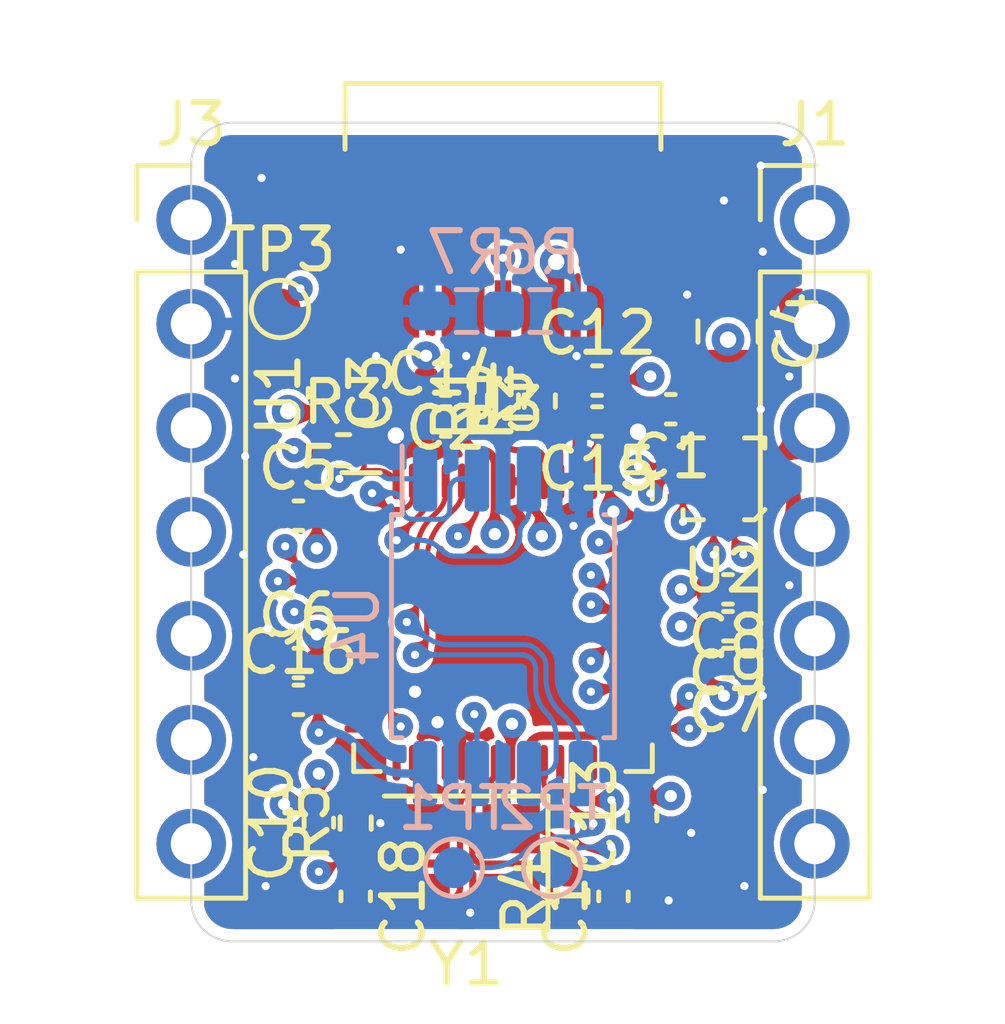
<source format=kicad_pcb>
(kicad_pcb (version 20211014) (generator pcbnew)
  (layers (0 "F.Cu" signal) (1 "In1.Cu" signal) (2 "In2.Cu" signal) (31 "B.Cu" signal) (34 "B.Paste" user) (35 "F.Paste" user) (36 "B.SilkS" user "B.Silkscreen") (37 "F.SilkS" user "F.Silkscreen") (38 "B.Mask" user) (39 "F.Mask" user) (44 "Edge.Cuts" user))
  (net 0 "")
  (net 1 "+5V")
  (net 2 "+3V3")
  (net 3 "Net-(C17-Pad2)")
  (net 4 "Net-(J2-Pad2)")
  (net 5 "Net-(J2-Pad3)")
  (net 7 "/BOOTSEL")
  (net 8 "/SWCLK")
  (net 9 "/SWDIO")
  (net 10 "/RUN")
  (net 11 "/UART_TX")
  (net 12 "/UART_RX")
  (net 13 "/GPIO1")
  (net 14 "/GPIO2")
  (net 15 "/GPIO3")
  (net 16 "/USB_DP")
  (net 17 "/USB_DM")
  (net 18 "/QSPI_SS")
  (net 20 "/AU_EN")
  (net 21 "/AU_GAIN")
  (net 22 "/AU_BCLK")
  (net 23 "/AU_LRCLK")
  (net 24 "/AU_DIN")
  (net 31 "/QSPI_SCLK")
  (net 32 "GND")
  (net 33 "/XIN")
  (net 34 "/XOUT")
  (net 35 "/QSPI_SD3")
  (net 36 "/QSPI_SD0")
  (net 37 "/QSPI_SD2")
  (net 38 "/QSPI_SD1")
  (net 41 "/OUTN")
  (net 42 "/OUTP")
  (net 43 "/GPIO4")
  (net 44 "/GPIO5")
  (net 52 "/+1V1")
  (footprint "Capacitor_SMD:C_0402_1005Metric" (layer "F.Cu") (at 95.5 118.6 90)
    (fp_text reference "C10")
    (fp_text value "100n")
  )
  (footprint "Capacitor_SMD:C_0402_1005Metric" (layer "F.Cu") (at 98.6 107.8 180)
    (fp_text reference "C2")
    (fp_text value "1u")
  )
  (footprint "Capacitor_SMD:C_0402_1005Metric" (layer "F.Cu") (at 104.1 108.5 180)
    (fp_text reference "C1")
    (fp_text value "100n")
  )
  (footprint "Resistor_SMD:R_0402_1005Metric" (layer "F.Cu") (at 96.4 118.61 90)
    (fp_text reference "R5")
    (fp_text value "10k")
  )
  (footprint "Capacitor_SMD:C_0402_1005Metric" (layer "F.Cu") (at 102.3 108.8 180)
    (fp_text reference "C15")
    (fp_text value "1u")
  )
  (footprint "Capacitor_SMD:C_0402_1005Metric" (layer "F.Cu") (at 102.3 107.8)
    (fp_text reference "C12")
    (fp_text value "1u")
  )
  (footprint "TinySound:USB_Micro-B_Amphenol_10104110_Horizontal" (layer "F.Cu") (at 100 104.7 180)
    (fp_text reference "J2")
    (fp_text value "USB_B_Micro")
  )
  (footprint "Resistor_SMD:R_0402_1005Metric" (layer "F.Cu") (at 101.7 120.4 90)
    (fp_text reference "R4")
    (fp_text value "1k")
  )
  (footprint "TinySound:QFN-56_EP_7x7_Pitch0.4mm" (layer "F.Cu") (at 100 113.7)
    (fp_text reference "U3")
    (fp_text value "RP2040")
  )
  (footprint "Capacitor_SMD:C_0402_1005Metric" (layer "F.Cu") (at 102.7 120.4 90)
    (fp_text reference "C17")
    (fp_text value "27p")
  )
  (footprint "Capacitor_SMD:C_0402_1005Metric" (layer "F.Cu") (at 105.5 114.7 180)
    (fp_text reference "C7")
    (fp_text value "100n")
  )
  (footprint "Resistor_SMD:R_0402_1005Metric" (layer "F.Cu") (at 100 108.3 90)
    (fp_text reference "R1")
    (fp_text value "27R")
  )
  (footprint "Capacitor_SMD:C_0402_1005Metric" (layer "F.Cu") (at 95.6 108.1 -90)
    (fp_text reference "C3")
    (fp_text value "1u")
  )
  (footprint "Crystal:Crystal_SMD_3225-4Pin_3.2x2.5mm" (layer "F.Cu") (at 99.1 119.6 180)
    (fp_text reference "Y1")
    (fp_text value "12M")
  )
  (footprint "Capacitor_SMD:C_0402_1005Metric" (layer "F.Cu") (at 98.6 108.8)
    (fp_text reference "C14")
    (fp_text value "100n")
  )
  (footprint "Capacitor_SMD:C_0402_1005Metric" (layer "F.Cu") (at 95 114.7)
    (fp_text reference "C6")
    (fp_text value "100n")
  )
  (footprint "TinySound:FC2QFN-10" (layer "F.Cu") (at 105.4 110.2 180)
    (fp_text reference "U2")
    (fp_text value "MAX98360AEFB+T")
  )
  (footprint "Capacitor_SMD:C_0402_1005Metric" (layer "F.Cu") (at 96.4 120.4 -90)
    (fp_text reference "C18")
    (fp_text value "27p")
  )
  (footprint "TinySound:OnSemi_XDFN4-1EP_1.0x1.0mm_EP0.52x0.52mm" (layer "F.Cu") (at 96.9 108.1 -90)
    (fp_text reference "U1")
    (fp_text value "MIC5504-3.3YMT")
  )
  (footprint "Capacitor_SMD:C_0402_1005Metric" (layer "F.Cu") (at 95 111.1)
    (fp_text reference "C5")
    (fp_text value "100n")
  )
  (footprint "Resistor_SMD:R_0402_1005Metric" (layer "F.Cu") (at 100.9 108.3 90)
    (fp_text reference "R2")
    (fp_text value "27R")
  )
  (footprint "Connector_PinHeader_2.54mm:PinHeader_1x07_P2.54mm_Vertical" (layer "F.Cu") (at 107.62 103.875)
    (fp_text reference "J1")
    (fp_text value "Conn_01x07")
  )
  (footprint "Connector_PinHeader_2.54mm:PinHeader_1x07_P2.54mm_Vertical" (layer "F.Cu") (at 92.38 103.875)
    (fp_text reference "J3")
    (fp_text value "Conn_01x07")
  )
  (footprint "TestPoint:TestPoint_Pad_D1.0mm" (layer "F.Cu") (at 94.55 106.05)
    (fp_text reference "TP3")
    (fp_text value "TestPoint")
  )
  (footprint "Capacitor_SMD:C_0402_1005Metric" (layer "F.Cu") (at 105.5 113.8 180)
    (fp_text reference "C9")
    (fp_text value "100n")
  )
  (footprint "Capacitor_SMD:C_0402_1005Metric" (layer "F.Cu") (at 105.5 112.9 180)
    (fp_text reference "C8")
    (fp_text value "100n")
  )
  (footprint "Capacitor_SMD:C_0402_1005Metric" (layer "F.Cu") (at 103.4 118.45 90)
    (fp_text reference "C13")
    (fp_text value "100n")
  )
  (footprint "Capacitor_SMD:C_0805_2012Metric" (layer "F.Cu") (at 105.5 106.6 -90)
    (fp_text reference "C4")
    (fp_text value "10u")
  )
  (footprint "Resistor_SMD:R_0402_1005Metric" (layer "F.Cu") (at 96.1 109.5)
    (fp_text reference "R3")
    (fp_text value "1k")
  )
  (footprint "Capacitor_SMD:C_0402_1005Metric" (layer "F.Cu") (at 95 115.6)
    (fp_text reference "C16")
    (fp_text value "100n")
  )
  (footprint "TestPoint:TestPoint_Pad_D1.0mm" (layer "B.Cu") (at 98.8 119.7 180)
    (fp_text reference "TP1")
    (fp_text value "TestPoint")
  )
  (footprint "Resistor_SMD:R_0603_1608Metric_Pad0.98x0.95mm_HandSolder" (layer "B.Cu") (at 100.9125 106.1 180)
    (fp_text reference "R6")
    (fp_text value "100k")
  )
  (footprint "Resistor_SMD:R_0603_1608Metric_Pad0.98x0.95mm_HandSolder" (layer "B.Cu") (at 99.1125 106.1 180)
    (fp_text reference "R7")
    (fp_text value "100k")
  )
  (footprint "Package_SO:SOIC-8_5.23x5.23mm_P1.27mm" (layer "B.Cu") (at 100 113.8 -90)
    (fp_text reference "U4")
    (fp_text value "W25Q128JVS")
  )
  (footprint "TestPoint:TestPoint_Pad_D1.0mm" (layer "B.Cu") (at 101.2 119.7 180)
    (fp_text reference "TP2")
    (fp_text value "TestPoint")
  )
  (gr_arc (start 93.38 121.5) (mid 92.672893 121.207107) (end 92.38 120.5) (layer "Edge.Cuts") (width 0.05))
  (gr_line (start 93.38 101.5) (end 106.62 101.5) (layer "Edge.Cuts") (width 0.05))
  (gr_line (start 107.62 102.5) (end 107.62 120.5) (layer "Edge.Cuts") (width 0.05))
  (gr_arc (start 107.62 120.5) (mid 107.327107 121.207107) (end 106.62 121.5) (layer "Edge.Cuts") (width 0.05))
  (gr_line (start 92.38 120.5) (end 92.38 102.5) (layer "Edge.Cuts") (width 0.05))
  (gr_arc (start 106.62 101.5) (mid 107.327107 101.792893) (end 107.62 102.5) (layer "Edge.Cuts") (width 0.05))
  (gr_line (start 106.62 121.5) (end 93.38 121.5) (layer "Edge.Cuts") (width 0.05))
  (gr_arc (start 92.38 102.5) (mid 92.672893 101.792893) (end 93.38 101.5) (layer "Edge.Cuts") (width 0.05))
  (segment (start 105.65 108.756066) (end 105.65 109.2) (width 0.25) (layer "F.Cu") (net 1))
  (segment (start 104.958578 107.691421) (end 104.732027 107.917972) (width 0.25) (layer "F.Cu") (net 1))
  (segment (start 98.119738 107.193104) (end 98.119869 107.193235) (width 0.3) (layer "F.Cu") (net 1))
  (segment (start 98.12 107.782322) (end 98.12 107.193551) (width 0.2) (layer "F.Cu") (net 1))
  (segment (start 101.3 104.9) (end 101.3 106.05) (width 0.3) (layer "F.Cu") (net 1))
  (segment (start 105.393933 108.5) (end 104.795 108.5) (width 0.25) (layer "F.Cu") (net 1))
  (segment (start 98.077322 107.775) (end 97.385 107.775) (width 0.2) (layer "F.Cu") (net 1))
  (segment (start 105.5 106.8) (end 105.5 107.35) (width 0.3) (layer "F.Cu") (net 1))
  (via (at 105.5 106.8) (size 0.8) (drill 0.4) (layers "F.Cu" "B.Cu") (net 1))
  (via (at 101.3 104.9) (size 0.8) (drill 0.4) (layers "F.Cu" "B.Cu") (net 1))
  (via (at 98.119738 107.193104) (size 0.7) (drill 0.3) (layers "F.Cu" "B.Cu") (net 1))
  (arc (start 104.58 108.285) (mid 104.642972 108.437027) (end 104.795 108.5) (width 0.25) (layer "F.Cu") (net 1))
  (arc (start 105.575 108.575) (mid 105.630508 108.658073) (end 105.65 108.756066) (width 0.25) (layer "F.Cu") (net 1))
  (arc (start 98.1075 107.7875) (mid 98.115479 107.789087) (end 98.12 107.782322) (width 0.2) (layer "F.Cu") (net 1))
  (arc (start 104.732027 107.917972) (mid 104.61951 108.086365) (end 104.58 108.285) (width 0.25) (layer "F.Cu") (net 1))
  (arc (start 105.3 107.55) (mid 105.115223 107.586754) (end 104.958578 107.691421) (width 0.25) (layer "F.Cu") (net 1))
  (arc (start 98.119869 107.193235) (mid 98.119965 107.19338) (end 98.12 107.193551) (width 0.3) (layer "F.Cu") (net 1))
  (arc (start 105.5 107.35) (mid 105.441421 107.491421) (end 105.3 107.55) (width 0.3) (layer "F.Cu") (net 1))
  (arc (start 105.575 108.575) (mid 105.491925 108.519491) (end 105.393933 108.5) (width 0.25) (layer "F.Cu") (net 1))
  (arc (start 98.1075 107.7875) (mid 98.093654 107.778248) (end 98.077322 107.775) (width 0.2) (layer "F.Cu") (net 1))
  (segment (start 101.825 105.7625) (end 101.825 106.1) (width 0.125) (layer "B.Cu") (net 1))
  (segment (start 101.586351 105.186351) (end 101.3 104.9) (width 0.125) (layer "B.Cu") (net 1))
  (arc (start 101.586351 105.186351) (mid 101.762977 105.45069) (end 101.825 105.7625) (width 0.125) (layer "B.Cu") (net 1))
  (segment (start 95.448786 118.15) (end 94.65 118.15) (width 0.2) (layer "F.Cu") (net 2))
  (segment (start 105.4 115.5) (end 105.168492 115.268492) (width 0.2) (layer "F.Cu") (net 2))
  (segment (start 94.765 108.565) (end 94.75 108.55) (width 0.2) (layer "F.Cu") (net 2))
  (segment (start 102.2 109.57071) (end 102.2 110.2625) (width 0.15) (layer "F.Cu") (net 2))
  (segment (start 95.48 116.365857) (end 95.48 115.99) (width 0.2) (layer "F.Cu") (net 2))
  (segment (start 96.41 107.775) (end 96.415 107.775) (width 0.2) (layer "F.Cu") (net 2))
  (segment (start 95.501213 114.7) (end 96.5625 114.7) (width 0.2) (layer "F.Cu") (net 2))
  (segment (start 105.02 113.465) (end 105.02 113.235) (width 0.2) (layer "F.Cu") (net 2))
  (segment (start 96.401464 107.778535) (end 95.889913 108.290086) (width 0.2) (layer "F.Cu") (net 2))
  (segment (start 95.5 118.098786) (end 95.5 117.4) (width 0.2) (layer "F.Cu") (net 2))
  (segment (start 104.35 112.9) (end 104.685 112.9) (width 0.2) (layer "F.Cu") (net 2))
  (segment (start 95.45 114.648786) (end 95.45 114) (width 0.2) (layer "F.Cu") (net 2))
  (segment (start 95.49 116.39) (end 95.5 116.4) (width 0.2) (layer "F.Cu") (net 2))
  (segment (start 95.521213 118.12) (end 96.365857 118.12) (width 0.2) (layer "F.Cu") (net 2))
  (segment (start 103.6 107.7) (end 103.55 107.75) (width 0.15) (layer "F.Cu") (net 2))
  (segment (start 95.501213 111.1) (end 96.5625 111.1) (width 0.2) (layer "F.Cu") (net 2))
  (segment (start 100.2 116.217865) (end 100.2 117.1375) (width 0.2) (layer "F.Cu") (net 2))
  (segment (start 105.02 114.135) (end 105.02 114.49) (width 0.2) (layer "F.Cu") (net 2))
  (segment (start 95.45 111.151213) (end 95.45 111.9) (width 0.2) (layer "F.Cu") (net 2))
  (segment (start 95.19 108.58) (end 94.801213 108.58) (width 0.3) (layer "F.Cu") (net 2))
  (segment (start 95.48 114.721213) (end 95.48 115.21) (width 0.2) (layer "F.Cu") (net 2))
  (segment (start 102.3 109.329289) (end 102.3 108.619411) (width 0.15) (layer "F.Cu") (net 2))
  (segment (start 100.6 110.4625) (end 100.6 110.552512) (width 0.2) (layer "F.Cu") (net 2))
  (segment (start 104.81 114.7) (end 103.4375 114.7) (width 0.2) (layer "F.Cu") (net 2))
  (segment (start 103.119411 107.8) (end 103.429289 107.8) (width 0.15) (layer "F.Cu") (net 2))
  (segment (start 105.02 114.49) (end 105.02 114.91) (width 0.2) (layer "F.Cu") (net 2))
  (segment (start 100.4 110.2625) (end 100.2 110.2625) (width 0.2) (layer "F.Cu") (net 2))
  (segment (start 100.219362 116.184812) (end 100.209681 116.194493) (width 0.2) (layer "F.Cu") (net 2))
  (segment (start 104.685 113.8) (end 104.35 113.8) (width 0.2) (layer "F.Cu") (net 2))
  (segment (start 100.95 111.6) (end 100.95 111.375) (width 0.2) (layer "F.Cu") (net 2))
  (segment (start 96.39 118.11) (end 96.4 118.1) (width 0.2) (layer "F.Cu") (net 2))
  (segment (start 95.48 115.21) (end 95.48 115.99) (width 0.2) (layer "F.Cu") (net 2))
  (segment (start 100.7909 110.9909) (end 100.775 110.975) (width 0.2) (layer "F.Cu") (net 2))
  (segment (start 102.6 110.758578) (end 102.6 110.2625) (width 0.15) (layer "F.Cu") (net 2))
  (segment (start 102.941421 111.1) (end 103.4375 111.1) (width 0.15) (layer "F.Cu") (net 2))
  (segment (start 105.02 113.465) (end 105.02 114.135) (width 0.2) (layer "F.Cu") (net 2))
  (via (at 95.5 117.4) (size 0.7) (drill 0.3) (layers "F.Cu" "B.Cu") (net 2))
  (via (at 103.6 107.7) (size 0.7) (drill 0.3) (layers "F.Cu" "B.Cu") (net 2))
  (via (at 104.35 113.8) (size 0.7) (drill 0.3) (layers "F.Cu" "B.Cu") (net 2))
  (via (at 94.75 108.55) (size 0.8) (drill 0.4) (layers "F.Cu" "B.Cu") (net 2))
  (via (at 94.65 118.15) (size 0.7) (drill 0.3) (layers "F.Cu" "B.Cu") (net 2))
  (via (at 100.95 111.6) (size 0.7) (drill 0.3) (layers "F.Cu" "B.Cu") (net 2))
  (via (at 95.45 114) (size 0.7) (drill 0.3) (layers "F.Cu" "B.Cu") (net 2))
  (via (at 100.219362 116.184812) (size 0.7) (drill 0.3) (layers "F.Cu" "B.Cu") (net 2))
  (via (at 105.4 115.5) (size 0.7) (drill 0.3) (layers "F.Cu" "B.Cu") (net 2))
  (via (at 95.45 111.9) (size 0.7) (drill 0.3) (layers "F.Cu" "B.Cu") (net 2))
  (via (at 102.7 111) (size 0.7) (drill 0.3) (layers "F.Cu" "B.Cu") (net 2))
  (via (at 104.35 112.9) (size 0.7) (drill 0.3) (layers "F.Cu" "B.Cu") (net 2))
  (via (at 95.5 116.4) (size 0.6) (drill 0.2) (layers "F.Cu" "B.Cu") (net 2))
  (arc (start 102.6 110.758578) (mid 102.625989 110.889234) (end 102.7 111) (width 0.15) (layer "F.Cu") (net 2))
  (arc (start 95.48 116.365857) (mid 95.482598 116.378923) (end 95.49 116.39) (width 0.2) (layer "F.Cu") (net 2))
  (arc (start 102.7 111) (mid 102.810764 111.07401) (end 102.941421 111.1) (width 0.15) (layer "F.Cu") (net 2))
  (arc (start 94.765 108.565) (mid 94.781614 108.576101) (end 94.801213 108.58) (width 0.2) (layer "F.Cu") (net 2))
  (arc (start 95.48 114.721213) (mid 95.476101 114.701614) (end 95.465 114.685) (width 0.2) (layer "F.Cu") (net 2))
  (arc (start 96.39 118.11) (mid 96.378923 118.117401) (end 96.365857 118.12) (width 0.2) (layer "F.Cu") (net 2))
  (arc (start 95.501213 114.7) (mid 95.486213 114.706213) (end 95.48 114.721213) (width 0.2) (layer "F.Cu") (net 2))
  (arc (start 100.7909 110.9909) (mid 100.908651 111.167126) (end 100.95 111.375) (width 0.2) (layer "F.Cu") (net 2))
  (arc (start 104.685 113.8) (mid 104.92188 113.70188) (end 105.02 113.465) (width 0.2) (layer "F.Cu") (net 2))
  (arc (start 100.6 110.4625) (mid 100.541421 110.321078) (end 100.4 110.2625) (width 0.2) (layer "F.Cu") (net 2))
  (arc (start 96.41 107.775) (mid 96.40538 107.775918) (end 96.401464 107.778535) (width 0.2) (layer "F.Cu") (net 2))
  (arc (start 102.25 109.45) (mid 102.212994 109.505382) (end 102.2 109.57071) (width 0.15) (layer "F.Cu") (net 2))
  (arc (start 100.6 110.552512) (mid 100.645481 110.78116) (end 100.775 110.975) (width 0.2) (layer "F.Cu") (net 2))
  (arc (start 95.465 111.115) (mid 95.453898 111.131614) (end 95.45 111.151213) (width 0.2) (layer "F.Cu") (net 2))
  (arc (start 95.521213 118.12) (mid 95.501614 118.123898) (end 95.485 118.135) (width 0.2) (layer "F.Cu") (net 2))
  (arc (start 104.81 114.7) (mid 104.958492 114.638492) (end 105.02 114.49) (width 0.2) (layer "F.Cu") (net 2))
  (arc (start 105.02 113.235) (mid 104.92188 112.998119) (end 104.685 112.9) (width 0.2) (layer "F.Cu") (net 2))
  (arc (start 95.5 118.098786) (mid 95.506213 118.113786) (end 95.521213 118.12) (width 0.2) (layer "F.Cu") (net 2))
  (arc (start 105.02 114.135) (mid 104.92188 113.898119) (end 104.685 113.8) (width 0.2) (layer "F.Cu") (net 2))
  (arc (start 105.02 114.91) (mid 105.058591 115.104014) (end 105.168492 115.268492) (width 0.2) (layer "F.Cu") (net 2))
  (arc (start 95.45 114.648786) (mid 95.453898 114.668385) (end 95.465 114.685) (width 0.2) (layer "F.Cu") (net 2))
  (arc (start 100.209681 116.194493) (mid 100.202516 116.205216) (end 100.2 116.217865) (width 0.2) (layer "F.Cu") (net 2))
  (arc (start 103.119411 107.8) (mid 102.805836 107.862373) (end 102.54 108.04) (width 0.15) (layer "F.Cu") (net 2))
  (arc (start 95.889913 108.290086) (mid 95.56879 108.504653) (end 95.19 108.58) (width 0.2) (layer "F.Cu") (net 2))
  (arc (start 102.54 108.04) (mid 102.362373 108.305836) (end 102.3 108.619411) (width 0.15) (layer "F.Cu") (net 2))
  (arc (start 102.3 109.329289) (mid 102.287005 109.394617) (end 102.25 109.45) (width 0.15) (layer "F.Cu") (net 2))
  (arc (start 95.485 118.135) (mid 95.468385 118.146101) (end 95.448786 118.15) (width 0.2) (layer "F.Cu") (net 2))
  (arc (start 95.501213 111.1) (mid 95.481614 111.103898) (end 95.465 111.115) (width 0.2) (layer "F.Cu") (net 2))
  (arc (start 103.55 107.75) (mid 103.494617 107.787005) (end 103.429289 107.8) (width 0.15) (layer "F.Cu") (net 2))
  (arc (start 105.02 114.91) (mid 104.958492 114.761507) (end 104.81 114.7) (width 0.2) (layer "F.Cu") (net 2))
  (arc (start 95.485 118.135) (mid 95.496101 118.118385) (end 95.5 118.098786) (width 0.2) (layer "F.Cu") (net 2))
  (arc (start 95.465 114.685) (mid 95.481614 114.696101) (end 95.501213 114.7) (width 0.2) (layer "F.Cu") (net 2))
  (segment (start 96.312132 116.612132) (end 96.748214 117.048214) (width 0.2) (layer "B.Cu") (net 2))
  (segment (start 97.5975 117.4) (end 98.095 117.4) (width 0.2) (layer "B.Cu") (net 2))
  (segment (start 95.8 116.4) (end 95.5 116.4) (width 0.2) (layer "B.Cu") (net 2))
  (arc (start 96.748214 117.048214) (mid 97.137869 117.308573) (end 97.5975 117.4) (width 0.2) (layer "B.Cu") (net 2))
  (arc (start 96.312132 116.612132) (mid 96.077163 116.455131) (end 95.8 116.4) (width 0.2) (layer "B.Cu") (net 2))
  (segment (start 102.685 119.905) (end 102.7 119.92) (width 0.15) (layer "F.Cu") (net 3))
  (segment (start 101.35052 119.05052) (end 101.526758 119.226758) (width 0.15) (layer "F.Cu") (net 3))
  (segment (start 100.625 118.75) (end 100.2 118.75) (width 0.15) (layer "F.Cu") (net 3))
  (segment (start 101.945 119.89) (end 102.648786 119.89) (width 0.15) (layer "F.Cu") (net 3))
  (arc (start 101.526758 119.226758) (mid 101.654975 119.418649) (end 101.7 119.645) (width 0.15) (layer "F.Cu") (net 3))
  (arc (start 102.685 119.905) (mid 102.668385 119.893898) (end 102.648786 119.89) (width 0.15) (layer "F.Cu") (net 3))
  (arc (start 101.7 119.645) (mid 101.771758 119.818241) (end 101.945 119.89) (width 0.15) (layer "F.Cu") (net 3))
  (arc (start 101.35052 119.05052) (mid 101.017648 118.828102) (end 100.625 118.75) (width 0.15) (layer "F.Cu") (net 3))
  (segment (start 100.9 107.474276) (end 100.9 107.79) (width 0.3) (layer "F.Cu") (net 4))
  (segment (start 100.65 106.870723) (end 100.65 106.05) (width 0.3) (layer "F.Cu") (net 4))
  (arc (start 100.775 107.1725) (mid 100.867513 107.310956) (end 100.9 107.474276) (width 0.3) (layer "F.Cu") (net 4))
  (arc (start 100.65 106.870723) (mid 100.682486 107.034043) (end 100.775 107.1725) (width 0.3) (layer "F.Cu") (net 4))
  (segment (start 100 107.79) (end 100 106.05) (width 0.3) (layer "F.Cu") (net 5))
  (segment (start 95.05 105.55) (end 94.55 106.05) (width 0.125) (layer "F.Cu") (net 7))
  (segment (start 94.9 109.5) (end 95.59 109.5) (width 0.125) (layer "F.Cu") (net 7))
  (via (at 95.05 105.55) (size 0.6) (drill 0.2) (layers "F.Cu" "B.Cu") (net 7))
  (via (at 94.9 109.5) (size 0.6) (drill 0.2) (layers "F.Cu" "B.Cu") (net 7))
  (segment (start 101.291854 118.254843) (end 101.598526 118.561515) (width 0.125) (layer "F.Cu") (net 8))
  (segment (start 101 117.550244) (end 101 117.1375) (width 0.125) (layer "F.Cu") (net 8))
  (segment (start 102.65 119.2) (end 102.126776 119.2) (width 0.125) (layer "F.Cu") (net 8))
  (segment (start 101.801473 119.051473) (end 101.825 119.075) (width 0.125) (layer "F.Cu") (net 8))
  (via (at 102.65 119.2) (size 0.6) (drill 0.2) (layers "F.Cu" "B.Cu") (net 8))
  (arc (start 101.598526 118.561515) (mid 101.673627 118.673912) (end 101.7 118.806494) (width 0.125) (layer "F.Cu") (net 8))
  (arc (start 101.7 118.806494) (mid 101.726371 118.939075) (end 101.801473 119.051473) (width 0.125) (layer "F.Cu") (net 8))
  (arc (start 101 117.550244) (mid 101.07585 117.93157) (end 101.291854 118.254843) (width 0.125) (layer "F.Cu") (net 8))
  (arc (start 101.825 119.075) (mid 101.963456 119.167513) (end 102.126776 119.2) (width 0.125) (layer "F.Cu") (net 8))
  (segment (start 101.45 119.45) (end 101.2 119.7) (width 0.125) (layer "B.Cu") (net 8))
  (segment (start 102.65 119.2) (end 102.053553 119.2) (width 0.125) (layer "B.Cu") (net 8))
  (arc (start 102.053553 119.2) (mid 101.726912 119.264972) (end 101.45 119.45) (width 0.125) (layer "B.Cu") (net 8))
  (segment (start 102.095221 118.595221) (end 101.669584 118.169584) (width 0.125) (layer "F.Cu") (net 9))
  (segment (start 102.167116 118.625001) (end 102.209231 118.625001) (width 0.125) (layer "F.Cu") (net 9))
  (segment (start 101.4 117.51875) (end 101.4 117.1375) (width 0.125) (layer "F.Cu") (net 9))
  (via (at 102.209231 118.625001) (size 0.6) (drill 0.2) (layers "F.Cu" "B.Cu") (net 9))
  (arc (start 102.095221 118.595221) (mid 102.128206 118.617261) (end 102.167116 118.625001) (width 0.125) (layer "F.Cu") (net 9))
  (arc (start 101.4 117.51875) (mid 101.470062 117.870978) (end 101.669584 118.169584) (width 0.125) (layer "F.Cu") (net 9))
  (segment (start 99.619669 119.7) (end 98.8 119.7) (width 0.125) (layer "B.Cu") (net 9))
  (segment (start 101.392116 118.95) (end 101.654423 118.95) (width 0.125) (layer "B.Cu") (net 9))
  (segment (start 100.524999 119.324999) (end 100.552021 119.297978) (width 0.125) (layer "B.Cu") (net 9))
  (segment (start 102.209231 118.625001) (end 102.046731 118.7875) (width 0.125) (layer "B.Cu") (net 9))
  (arc (start 100.524999 119.324999) (mid 100.10963 119.60254) (end 99.619669 119.7) (width 0.125) (layer "B.Cu") (net 9))
  (arc (start 102.046731 118.7875) (mid 101.866738 118.907767) (end 101.654423 118.95) (width 0.125) (layer "B.Cu") (net 9))
  (arc (start 101.392116 118.95) (mid 100.937459 119.040436) (end 100.552021 119.297978) (width 0.125) (layer "B.Cu") (net 9))
  (segment (start 102.65 118.05) (end 102.226776 118.05) (width 0.125) (layer "F.Cu") (net 10))
  (segment (start 95.797781 119.722218) (end 96.4 119.12) (width 0.125) (layer "F.Cu") (net 10))
  (segment (start 95.61 119.8) (end 95.5 119.8) (width 0.125) (layer "F.Cu") (net 10))
  (segment (start 101.8 117.623223) (end 101.8 117.1375) (width 0.125) (layer "F.Cu") (net 10))
  (via (at 95.5 119.8) (size 0.6) (drill 0.2) (layers "F.Cu" "B.Cu") (net 10))
  (via (at 102.65 118.05) (size 0.6) (drill 0.2) (layers "F.Cu" "B.Cu") (net 10))
  (arc (start 101.925 117.925) (mid 102.063456 118.017513) (end 102.226776 118.05) (width 0.125) (layer "F.Cu") (net 10))
  (arc (start 95.797781 119.722218) (mid 95.711626 119.779785) (end 95.61 119.8) (width 0.125) (layer "F.Cu") (net 10))
  (arc (start 101.8 117.623223) (mid 101.832486 117.786543) (end 101.925 117.925) (width 0.125) (layer "F.Cu") (net 10))
  (segment (start 95.732842 113.1) (end 96.5625 113.1) (width 0.125) (layer "F.Cu") (net 11))
  (segment (start 94.775 112.7) (end 94.5 112.7) (width 0.125) (layer "F.Cu") (net 11))
  (segment (start 95.244454 112.894454) (end 95.25 112.9) (width 0.125) (layer "F.Cu") (net 11))
  (via (at 94.5 112.7) (size 0.6) (drill 0.2) (layers "F.Cu" "B.Cu") (net 11))
  (arc (start 95.25 112.9) (mid 95.471529 113.048021) (end 95.732842 113.1) (width 0.125) (layer "F.Cu") (net 11))
  (arc (start 95.244454 112.894454) (mid 95.029066 112.750536) (end 94.775 112.7) (width 0.125) (layer "F.Cu") (net 11))
  (segment (start 96.477144 113.45) (end 94.9 113.45) (width 0.125) (layer "F.Cu") (net 12))
  (segment (start 96.5375 113.475) (end 96.5625 113.5) (width 0.125) (layer "F.Cu") (net 12))
  (via (at 94.9 113.45) (size 0.6) (drill 0.2) (layers "F.Cu" "B.Cu") (net 12))
  (arc (start 96.5375 113.475) (mid 96.509808 113.456497) (end 96.477144 113.45) (width 0.125) (layer "F.Cu") (net 12))
  (segment (start 104.374999 115.724999) (end 104.532322 115.567677) (width 0.125) (layer "F.Cu") (net 13))
  (segment (start 104.55 115.5) (end 104.55 115.525) (width 0.125) (layer "F.Cu") (net 13))
  (segment (start 103.952512 115.9) (end 103.4375 115.9) (width 0.125) (layer "F.Cu") (net 13))
  (via (at 104.55 115.5) (size 0.6) (drill 0.2) (layers "F.Cu" "B.Cu") (net 13))
  (arc (start 104.374999 115.724999) (mid 104.18116 115.854518) (end 103.952512 115.9) (width 0.125) (layer "F.Cu") (net 13))
  (arc (start 104.55 115.525) (mid 104.545405 115.548096) (end 104.532322 115.567677) (width 0.125) (layer "F.Cu") (net 13))
  (segment (start 104.10275 116.301611) (end 104.550643 116.301611) (width 0.125) (layer "F.Cu") (net 14))
  (segment (start 104.09886 116.3) (end 103.4375 116.3) (width 0.125) (layer "F.Cu") (net 14))
  (via (at 104.550643 116.301611) (size 0.6) (drill 0.2) (layers "F.Cu" "B.Cu") (net 14))
  (arc (start 104.100805 116.300805) (mid 104.099912 116.300209) (end 104.09886 116.3) (width 0.125) (layer "F.Cu") (net 14))
  (arc (start 104.100805 116.300805) (mid 104.101697 116.301401) (end 104.10275 116.301611) (width 0.125) (layer "F.Cu") (net 14))
  (segment (start 102.425 111.825) (end 102.35 111.75) (width 0.125) (layer "F.Cu") (net 15))
  (segment (start 102.606066 111.9) (end 103.4375 111.9) (width 0.125) (layer "F.Cu") (net 15))
  (via (at 102.35 111.75) (size 0.6) (drill 0.2) (layers "F.Cu" "B.Cu") (net 15))
  (arc (start 102.425 111.825) (mid 102.508073 111.880508) (end 102.606066 111.9) (width 0.125) (layer "F.Cu") (net 15))
  (segment (start 100.743933 109.5) (end 100.341421 109.5) (width 0.15) (layer "F.Cu") (net 16))
  (segment (start 101 109.756066) (end 101 110.2625) (width 0.15) (layer "F.Cu") (net 16))
  (segment (start 100 109.158578) (end 100 108.81) (width 0.15) (layer "F.Cu") (net 16))
  (arc (start 100.1 109.4) (mid 100.210764 109.47401) (end 100.341421 109.5) (width 0.15) (layer "F.Cu") (net 16))
  (arc (start 100.925 109.575) (mid 100.841925 109.519491) (end 100.743933 109.5) (width 0.15) (layer "F.Cu") (net 16))
  (arc (start 100 109.158578) (mid 100.025989 109.289234) (end 100.1 109.4) (width 0.15) (layer "F.Cu") (net 16))
  (arc (start 100.925 109.575) (mid 100.980508 109.658073) (end 101 109.756066) (width 0.15) (layer "F.Cu") (net 16))
  (segment (start 101.15 109.06) (end 100.9 108.81) (width 0.15) (layer "F.Cu") (net 17))
  (segment (start 101.4 109.663553) (end 101.4 110.2625) (width 0.15) (layer "F.Cu") (net 17))
  (arc (start 101.15 109.06) (mid 101.335027 109.336912) (end 101.4 109.663553) (width 0.15) (layer "F.Cu") (net 17))
  (segment (start 96.61 109.841507) (end 96.61 109.5) (width 0.125) (layer "F.Cu") (net 18))
  (segment (start 97.26875 110.13125) (end 97.4 110.2625) (width 0.125) (layer "F.Cu") (net 18))
  (segment (start 96.251507 110.2) (end 96 110.2) (width 0.125) (layer "F.Cu") (net 18))
  (segment (start 96.951884 110) (end 96.6 110) (width 0.125) (layer "F.Cu") (net 18))
  (via (at 96 110.2) (size 0.6) (drill 0.2) (layers "F.Cu" "B.Cu") (net 18))
  (arc (start 97.26875 110.13125) (mid 97.12337 110.03411) (end 96.951884 110) (width 0.125) (layer "F.Cu") (net 18))
  (arc (start 96.505 110.095) (mid 96.388696 110.172711) (end 96.251507 110.2) (width 0.125) (layer "F.Cu") (net 18))
  (arc (start 96.61 109.841507) (mid 96.582711 109.978696) (end 96.505 110.095) (width 0.125) (layer "F.Cu") (net 18))
  (segment (start 97.23562 110.2) (end 98.095 110.2) (width 0.125) (layer "B.Cu") (net 18))
  (segment (start 96 110.2) (end 96.364379 110.2) (width 0.125) (layer "B.Cu") (net 18))
  (segment (start 96.695153 110.062989) (end 96.904846 110.062989) (width 0.125) (layer "B.Cu") (net 18))
  (arc (start 97.070233 110.131494) (mid 97.146113 110.182195) (end 97.23562 110.2) (width 0.125) (layer "B.Cu") (net 18))
  (arc (start 96.529766 110.131494) (mid 96.453886 110.182195) (end 96.364379 110.2) (width 0.125) (layer "B.Cu") (net 18))
  (arc (start 96.695153 110.062989) (mid 96.605646 110.080792) (end 96.529766 110.131494) (width 0.125) (layer "B.Cu") (net 18))
  (arc (start 97.070233 110.131494) (mid 96.994353 110.080792) (end 96.904846 110.062989) (width 0.125) (layer "B.Cu") (net 18))
  (segment (start 102.506932 112.856932) (end 102.217677 112.567677) (width 0.125) (layer "F.Cu") (net 20))
  (segment (start 104.091421 109.7) (end 104.4 109.7) (width 0.125) (layer "F.Cu") (net 20))
  (segment (start 103.608578 109.9) (end 103.3 109.9) (width 0.125) (layer "F.Cu") (net 20))
  (segment (start 102.175 112.55) (end 102.15 112.55) (width 0.125) (layer "F.Cu") (net 20))
  (segment (start 103.09375 113.1) (end 103.4375 113.1) (width 0.125) (layer "F.Cu") (net 20))
  (via (at 102.15 112.55) (size 0.6) (drill 0.2) (layers "F.Cu" "B.Cu") (net 20))
  (via (at 103.3 109.9) (size 0.6) (drill 0.2) (layers "F.Cu" "B.Cu") (net 20))
  (arc (start 102.506932 112.856932) (mid 102.776166 113.036828) (end 103.09375 113.1) (width 0.125) (layer "F.Cu") (net 20))
  (arc (start 103.85 109.8) (mid 103.739234 109.87401) (end 103.608578 109.9) (width 0.125) (layer "F.Cu") (net 20))
  (arc (start 102.217677 112.567677) (mid 102.198096 112.554594) (end 102.175 112.55) (width 0.125) (layer "F.Cu") (net 20))
  (arc (start 104.091421 109.7) (mid 103.960764 109.725989) (end 103.85 109.8) (width 0.125) (layer "F.Cu") (net 20))
  (segment (start 104.179952 110.2) (end 104.4 110.2) (width 0.125) (layer "F.Cu") (net 21))
  (segment (start 103.804306 110.355597) (end 103.600796 110.559108) (width 0.125) (layer "F.Cu") (net 21))
  (via (at 103.600796 110.559108) (size 0.6) (drill 0.2) (layers "F.Cu" "B.Cu") (net 21))
  (via (at 100 104.8) (size 0.6) (drill 0.2) (layers "F.Cu" "B.Cu") (net 21))
  (arc (start 104.179952 110.2) (mid 103.976654 110.240438) (end 103.804306 110.355597) (width 0.125) (layer "F.Cu") (net 21))
  (segment (start 100.0125 106.1) (end 100.025 106.1) (width 0.125) (layer "B.Cu") (net 21))
  (segment (start 100 106.0875) (end 100 104.8) (width 0.125) (layer "B.Cu") (net 21))
  (arc (start 100 106.0875) (mid 100.003661 106.096338) (end 100.0125 106.1) (width 0.125) (layer "B.Cu") (net 21))
  (segment (start 102.906576 113.5) (end 103.4375 113.5) (width 0.125) (layer "F.Cu") (net 22))
  (segment (start 102.15 113.274503) (end 102.362178 113.274503) (width 0.125) (layer "F.Cu") (net 22))
  (segment (start 104.4 111.25) (end 104.4 110.7) (width 0.125) (layer "F.Cu") (net 22))
  (via (at 104.4 111.25) (size 0.6) (drill 0.2) (layers "F.Cu" "B.Cu") (net 22))
  (via (at 102.15 113.274503) (size 0.6) (drill 0.2) (layers "F.Cu" "B.Cu") (net 22))
  (arc (start 102.634377 113.387251) (mid 102.759263 113.470697) (end 102.906576 113.5) (width 0.125) (layer "F.Cu") (net 22))
  (arc (start 102.634377 113.387251) (mid 102.509491 113.303805) (end 102.362178 113.274503) (width 0.125) (layer "F.Cu") (net 22))
  (segment (start 103.16875 113.9) (end 103.4375 113.9) (width 0.125) (layer "F.Cu") (net 23))
  (segment (start 105.15 112.05) (end 105.15 111.2) (width 0.125) (layer "F.Cu") (net 23))
  (segment (start 102.15 114.65) (end 102.709965 114.090034) (width 0.125) (layer "F.Cu") (net 23))
  (via (at 102.15 114.65) (size 0.6) (drill 0.2) (layers "F.Cu" "B.Cu") (net 23))
  (via (at 105.15 112.05) (size 0.6) (drill 0.2) (layers "F.Cu" "B.Cu") (net 23))
  (arc (start 103.16875 113.9) (mid 102.920457 113.949388) (end 102.709965 114.090034) (width 0.125) (layer "F.Cu") (net 23))
  (segment (start 102.7 114.726776) (end 102.7 115.143933) (width 0.125) (layer "F.Cu") (net 24))
  (segment (start 105.8755 112.05) (end 105.76275 111.93725) (width 0.125) (layer "F.Cu") (net 24))
  (segment (start 103.126776 114.3) (end 103.4375 114.3) (width 0.125) (layer "F.Cu") (net 24))
  (segment (start 102.15 115.4) (end 102.443933 115.4) (width 0.125) (layer "F.Cu") (net 24))
  (segment (start 105.65 111.665047) (end 105.65 111.2) (width 0.125) (layer "F.Cu") (net 24))
  (via (at 105.8755 112.05) (size 0.6) (drill 0.2) (layers "F.Cu" "B.Cu") (net 24))
  (via (at 102.15 115.4) (size 0.6) (drill 0.2) (layers "F.Cu" "B.Cu") (net 24))
  (arc (start 103.126776 114.3) (mid 102.963456 114.332486) (end 102.825 114.425) (width 0.125) (layer "F.Cu") (net 24))
  (arc (start 102.625 115.325) (mid 102.541925 115.380508) (end 102.443933 115.4) (width 0.125) (layer "F.Cu") (net 24))
  (arc (start 102.7 115.143933) (mid 102.680508 115.241925) (end 102.625 115.325) (width 0.125) (layer "F.Cu") (net 24))
  (arc (start 105.65 111.665047) (mid 105.679302 111.812362) (end 105.76275 111.93725) (width 0.125) (layer "F.Cu") (net 24))
  (arc (start 102.825 114.425) (mid 102.732486 114.563456) (end 102.7 114.726776) (width 0.125) (layer "F.Cu") (net 24))
  (segment (start 97.993265 114.356735) (end 97.85 114.5) (width 0.125) (layer "F.Cu") (net 31))
  (segment (start 98.827642 110.922357) (end 98.568265 111.181735) (width 0.125) (layer "F.Cu") (net 31))
  (segment (start 99 110.50625) (end 99 110.2625) (width 0.125) (layer "F.Cu") (net 31))
  (segment (start 98.13653 114.010862) (end 98.13653 112.224035) (width 0.125) (layer "F.Cu") (net 31))
  (via (at 97.85 114.5) (size 0.6) (drill 0.2) (layers "F.Cu" "B.Cu") (net 31))
  (arc (start 98.13653 114.010862) (mid 98.099296 114.198047) (end 97.993265 114.356735) (width 0.125) (layer "F.Cu") (net 31))
  (arc (start 98.568265 111.181735) (mid 98.248734 111.659946) (end 98.13653 112.224035) (width 0.125) (layer "F.Cu") (net 31))
  (arc (start 99 110.50625) (mid 98.955205 110.731445) (end 98.827642 110.922357) (width 0.125) (layer "F.Cu") (net 31))
  (segment (start 100.958578 117.4) (end 100.635 117.4) (width 0.125) (layer "B.Cu") (net 31))
  (segment (start 100.80048 115.30014) (end 100.80048 114.847146) (width 0.125) (layer "B.Cu") (net 31))
  (segment (start 101.3 117.058578) (end 101.3 116.506087) (width 0.125) (layer "B.Cu") (net 31))
  (segment (start 100.453333 114.5) (end 97.85 114.5) (width 0.125) (layer "B.Cu") (net 31))
  (arc (start 100.698803 114.601677) (mid 100.774055 114.714299) (end 100.80048 114.847146) (width 0.125) (layer "B.Cu") (net 31))
  (arc (start 101.3 117.058578) (mid 101.27401 117.189234) (end 101.2 117.3) (width 0.125) (layer "B.Cu") (net 31))
  (arc (start 101.2 117.3) (mid 101.089234 117.37401) (end 100.958578 117.4) (width 0.125) (layer "B.Cu") (net 31))
  (arc (start 101.05024 115.903114) (mid 101.235089 116.17976) (end 101.3 116.506087) (width 0.125) (layer "B.Cu") (net 31))
  (arc (start 100.80048 115.30014) (mid 100.86539 115.626467) (end 101.05024 115.903114) (width 0.125) (layer "B.Cu") (net 31))
  (arc (start 100.698803 114.601677) (mid 100.58618 114.526424) (end 100.453333 114.5) (width 0.125) (layer "B.Cu") (net 31))
  (segment (start 96.729289 107.1) (end 95.77071 107.1) (width 0.15) (layer "F.Cu") (net 32))
  (segment (start 97.260525 109.020737) (end 97.381262 109.141474) (width 0.2) (layer "F.Cu") (net 32))
  (segment (start 106.1775 105.65) (end 106.631921 105.65) (width 0.3) (layer "F.Cu") (net 32))
  (segment (start 96.96904 108.9) (end 96.730814 108.9) (width 0.2) (layer "F.Cu") (net 32))
  (segment (start 103.3 109.05) (end 103.165 109.05) (width 0.125) (layer "F.Cu") (net 32))
  (segment (start 96.415 108.505) (end 96.415 108.584185) (width 0.2) (layer "F.Cu") (net 32))
  (segment (start 103.62 108.615) (end 103.62 108.5) (width 0.125) (layer "F.Cu") (net 32))
  (segment (start 97 106.05) (end 96.9 105.95) (width 0.3) (layer "F.Cu") (net 32))
  (segment (start 102.93454 108.95454) (end 102.78 108.8) (width 0.125) (layer "F.Cu") (net 32))
  (segment (start 105.824077 110.549566) (end 105.388821 110.11431) (width 0.15) (layer "F.Cu") (net 32))
  (segment (start 103.3 109.05) (end 104.093933 109.05) (width 0.25) (layer "F.Cu") (net 32))
  (segment (start 104.987867 103.4) (end 104.525 103.4) (width 0.3) (layer "F.Cu") (net 32))
  (segment (start 100 103.4) (end 97.7 103.4) (width 0.3) (layer "F.Cu") (net 32))
  (segment (start 105.5 104.9725) (end 105.5 103.912132) (width 0.3) (layer "F.Cu") (net 32))
  (segment (start 104.456066 109.2) (end 104.812255 109.2) (width 0.25) (layer "F.Cu") (net 32))
  (segment (start 102.3 103.4) (end 100 103.4) (width 0.3) (layer "F.Cu") (net 32))
  (segment (start 96.9 107.2) (end 96.9 107.87019) (width 0.15) (layer "F.Cu") (net 32))
  (segment (start 95.6 107.27071) (end 95.6 107.62) (width 0.15) (layer "F.Cu") (net 32))
  (segment (start 104.525 103.4) (end 103.175 103.4) (width 0.3) (layer "F.Cu") (net 32))
  (segment (start 106.187255 110.7) (end 106.4 110.7) (width 0.15) (layer "F.Cu") (net 32))
  (segment (start 103.175 103.4) (end 102.3 103.4) (width 0.3) (layer "F.Cu") (net 32))
  (segment (start 96.85 107.15) (end 96.9 107.2) (width 0.15) (layer "F.Cu") (net 32))
  (segment (start 103.538682 108.811317) (end 103.3 109.05) (width 0.125) (layer "F.Cu") (net 32))
  (segment (start 107.17048 106.188558) (end 107.17048 106.415) (width 0.3) (layer "F.Cu") (net 32))
  (segment (start 97.7 103.4) (end 96.15 103.4) (width 0.3) (layer "F.Cu") (net 32))
  (segment (start 96.631568 108.368431) (end 96.7375 108.2625) (width 0.2) (layer "F.Cu") (net 32))
  (via (at 97.5 104.6) (size 0.6) (drill 0.2) (layers "F.Cu" "B.Cu") (net 32))
  (via (at 97.002376 118.61239) (size 0.6) (drill 0.2) (layers "F.Cu" "B.Cu") (net 32))
  (via (at 105.9 120.15) (size 0.6) (drill 0.2) (layers "F.Cu" "B.Cu") (net 32))
  (via (at 93.9 117) (size 0.6) (drill 0.2) (layers "F.Cu" "B.Cu") (net 32))
  (via (at 104.6 118.85) (size 0.6) (drill 0.2) (layers "F.Cu" "B.Cu") (net 32))
  (via (at 107 112.8) (size 0.6) (drill 0.2) (layers "F.Cu" "B.Cu") (net 32))
  (via (at 106.3 108.5) (size 0.6) (drill 0.2) (layers "F.Cu" "B.Cu") (net 32))
  (via (at 99.1 107.2) (size 0.6) (drill 0.2) (layers "F.Cu" "B.Cu") (net 32))
  (via (at 99.2 120.8) (size 0.6) (drill 0.2) (layers "F.Cu" "B.Cu") (net 32))
  (via (at 97.381262 109.141474) (size 0.8) (drill 0.4) (layers "F.Cu" "B.Cu") (net 32))
  (via (at 93.65 112.05) (size 0.6) (drill 0.2) (layers "F.Cu" "B.Cu") (net 32))
  (via (at 106.35 104.65) (size 0.6) (drill 0.2) (layers "F.Cu" "B.Cu") (net 32))
  (via (at 107 107.7) (size 0.6) (drill 0.2) (layers "F.Cu" "B.Cu") (net 32))
  (via (at 94.25 113.85) (size 0.6) (drill 0.2) (layers "F.Cu" "B.Cu") (net 32))
  (via (at 106.35 117.8) (size 0.6) (drill 0.2) (layers "F.Cu" "B.Cu") (net 32))
  (via (at 98.401201 116.14535) (size 0.7) (drill 0.3) (layers "F.Cu" "B.Cu") (net 32))
  (via (at 106.3 102.55) (size 0.6) (drill 0.2) (layers "F.Cu" "B.Cu") (net 32))
  (via (at 93.45 107.75) (size 0.6) (drill 0.2) (layers "F.Cu" "B.Cu") (net 32))
  (via (at 105.4 103.4) (size 0.6) (drill 0.2) (layers "F.Cu" "B.Cu") (net 32))
  (via (at 93.45 104.95) (size 0.6) (drill 0.2) (layers "F.Cu" "B.Cu") (net 32))
  (via (at 101.8 107.2) (size 0.6) (drill 0.2) (layers "F.Cu" "B.Cu") (net 32))
  (via (at 103.3 109.05) (size 0.8) (drill 0.4) (layers "F.Cu" "B.Cu") (net 32))
  (via (at 97.85 115.4) (size 0.7) (drill 0.3) (layers "F.Cu" "B.Cu") (net 32))
  (via (at 101.72419 111.35) (size 0.6) (drill 0.2) (layers "F.Cu" "B.Cu") (net 32))
  (via (at 104.5 105.7) (size 0.6) (drill 0.2) (layers "F.Cu" "B.Cu") (net 32))
  (via (at 106.35 115.5) (size 0.6) (drill 0.2) (layers "F.Cu" "B.Cu") (net 32))
  (via (at 93.7 109.65) (size 0.6) (drill 0.2) (layers "F.Cu" "B.Cu") (net 32))
  (via (at 96.9 107.2) (size 0.6) (drill 0.2) (layers "F.Cu" "B.Cu") (net 32))
  (via (at 104.05 120.5) (size 0.6) (drill 0.2) (layers "F.Cu" "B.Cu") (net 32))
  (via (at 94.2 120.15) (size 0.6) (drill 0.2) (layers "F.Cu" "B.Cu") (net 32))
  (via (at 94.1 102.85) (size 0.6) (drill 0.2) (layers "F.Cu" "B.Cu") (net 32))
  (arc (start 95.65 107.15) (mid 95.612994 107.205382) (end 95.6 107.27071) (width 0.15) (layer "F.Cu") (net 32))
  (arc (start 105.5 104.9725) (mid 105.698435 105.451564) (end 106.1775 105.65) (width 0.3) (layer "F.Cu") (net 32))
  (arc (start 104.275 109.125) (mid 104.358073 109.180508) (end 104.456066 109.2) (width 0.25) (layer "F.Cu") (net 32))
  (arc (start 102.93454 108.95454) (mid 103.040276 109.02519) (end 103.165 109.05) (width 0.125) (layer "F.Cu") (net 32))
  (arc (start 104.275 109.125) (mid 104.191925 109.069491) (end 104.093933 109.05) (width 0.25) (layer "F.Cu") (net 32))
  (arc (start 105.35 103.55) (mid 105.461016 103.716147) (end 105.5 103.912132) (width 0.3) (layer "F.Cu") (net 32))
  (arc (start 105.15 109.537744) (mid 105.051076 109.298922) (end 104.812255 109.2) (width 0.15) (layer "F.Cu") (net 32))
  (arc (start 105.824077 110.549566) (mid 105.990704 110.660903) (end 106.187255 110.7) (width 0.15) (layer "F.Cu") (net 32))
  (arc (start 96.495 108.425) (mid 96.438431 108.448431) (end 96.415 108.505) (width 0.2) (layer "F.Cu") (net 32))
  (arc (start 95.77071 107.1) (mid 95.705382 107.112994) (end 95.65 107.15) (width 0.15) (layer "F.Cu") (net 32))
  (arc (start 96.5075 108.8075) (mid 96.609957 108.87596) (end 96.730814 108.9) (width 0.2) (layer "F.Cu") (net 32))
  (arc (start 96.9 107.87019) (mid 96.857767 108.082506) (end 96.7375 108.2625) (width 0.15) (layer "F.Cu") (net 32))
  (arc (start 105.15 109.537744) (mid 105.212067 109.849779) (end 105.388821 110.11431) (width 0.15) (layer "F.Cu") (net 32))
  (arc (start 105.35 103.55) (mid 105.183852 103.438983) (end 104.987867 103.4) (width 0.3) (layer "F.Cu") (net 32))
  (arc (start 96.415 108.584185) (mid 96.439039 108.705042) (end 96.5075 108.8075) (width 0.2) (layer "F.Cu") (net 32))
  (arc (start 103.62 108.615) (mid 103.598866 108.721246) (end 103.538682 108.811317) (width 0.125) (layer "F.Cu") (net 32))
  (arc (start 107.01274 105.80774) (mid 106.838018 105.690995) (end 106.631921 105.65) (width 0.3) (layer "F.Cu") (net 32))
  (arc (start 107.01274 105.80774) (mid 107.129484 105.98246) (end 107.17048 106.188558) (width 0.3) (layer "F.Cu") (net 32))
  (arc (start 96.631568 108.368431) (mid 96.56891 108.410298) (end 96.495 108.425) (width 0.2) (layer "F.Cu") (net 32))
  (arc (start 96.85 107.15) (mid 96.794617 107.112994) (end 96.729289 107.1) (width 0.15) (layer "F.Cu") (net 32))
  (arc (start 97.260525 109.020737) (mid 97.12679 108.931378) (end 96.96904 108.9) (width 0.2) (layer "F.Cu") (net 32))
  (segment (start 96.585 120.88) (end 96.4 120.88) (width 0.15) (layer "F.Cu") (net 33))
  (segment (start 98.4 120.45) (end 97.6 120.45) (width 0.15) (layer "F.Cu") (net 33))
  (segment (start 98.95 118.268198) (end 98.95 120.193933) (width 0.15) (layer "F.Cu") (net 33))
  (segment (start 99.174999 117.724999) (end 99.271836 117.628163) (width 0.15) (layer "F.Cu") (net 33))
  (segment (start 99.4 117.31875) (end 99.4 117.1375) (width 0.15) (layer "F.Cu") (net 33))
  (segment (start 98.4 120.45) (end 98.693933 120.45) (width 0.15) (layer "F.Cu") (net 33))
  (segment (start 96.984999 120.664999) (end 96.900814 120.749185) (width 0.15) (layer "F.Cu") (net 33))
  (segment (start 97.504055 120.45) (end 97.6 120.45) (width 0.15) (layer "F.Cu") (net 33))
  (arc (start 98.875 120.375) (mid 98.791925 120.430508) (end 98.693933 120.45) (width 0.15) (layer "F.Cu") (net 33))
  (arc (start 97.504055 120.45) (mid 97.223144 120.505876) (end 96.984999 120.664999) (width 0.15) (layer "F.Cu") (net 33))
  (arc (start 99.4 117.31875) (mid 99.366691 117.486203) (end 99.271836 117.628163) (width 0.15) (layer "F.Cu") (net 33))
  (arc (start 99.174999 117.724999) (mid 99.008475 117.974221) (end 98.95 118.268198) (width 0.15) (layer "F.Cu") (net 33))
  (arc (start 98.95 120.193933) (mid 98.930508 120.291925) (end 98.875 120.375) (width 0.15) (layer "F.Cu") (net 33))
  (arc (start 96.900814 120.749185) (mid 96.755917 120.846002) (end 96.585 120.88) (width 0.15) (layer "F.Cu") (net 33))
  (segment (start 101.337781 120.91) (end 101.7 120.91) (width 0.15) (layer "F.Cu") (net 34))
  (segment (start 101.15 119.813388) (end 101.15 120.722218) (width 0.15) (layer "F.Cu") (net 34))
  (segment (start 99.8 117.31875) (end 99.8 117.1375) (width 0.15) (layer "F.Cu") (net 34))
  (segment (start 99.671836 117.628163) (end 99.464117 117.835883) (width 0.15) (layer "F.Cu") (net 34))
  (segment (start 99.25 118.35281) (end 99.25 119.343933) (width 0.15) (layer "F.Cu") (net 34))
  (segment (start 99.506066 119.6) (end 100.936611 119.6) (width 0.15) (layer "F.Cu") (net 34))
  (arc (start 99.325 119.525) (mid 99.408073 119.580508) (end 99.506066 119.6) (width 0.15) (layer "F.Cu") (net 34))
  (arc (start 99.8 117.31875) (mid 99.766691 117.486203) (end 99.671836 117.628163) (width 0.15) (layer "F.Cu") (net 34))
  (arc (start 99.464117 117.835883) (mid 99.305647 118.073051) (end 99.25 118.35281) (width 0.15) (layer "F.Cu") (net 34))
  (arc (start 99.25 119.343933) (mid 99.269491 119.441925) (end 99.325 119.525) (width 0.15) (layer "F.Cu") (net 34))
  (arc (start 101.0875 119.6625) (mid 101.018271 119.616243) (end 100.936611 119.6) (width 0.15) (layer "F.Cu") (net 34))
  (arc (start 101.205 120.855) (mid 101.26592 120.895705) (end 101.337781 120.91) (width 0.15) (layer "F.Cu") (net 34))
  (arc (start 101.15 120.722218) (mid 101.164294 120.794079) (end 101.205 120.855) (width 0.15) (layer "F.Cu") (net 34))
  (arc (start 101.0875 119.6625) (mid 101.133756 119.731728) (end 101.15 119.813388) (width 0.15) (layer "F.Cu") (net 34))
  (segment (start 99.15 111.35) (end 98.9 111.6) (width 0.125) (layer "F.Cu") (net 35))
  (segment (start 99.4 110.746446) (end 99.4 110.2625) (width 0.125) (layer "F.Cu") (net 35))
  (via (at 98.9 111.6) (size 0.6) (drill 0.2) (layers "F.Cu" "B.Cu") (net 35))
  (via (at 99.3 115.95) (size 0.6) (drill 0.2) (layers "F.Cu" "B.Cu") (net 35))
  (arc (start 99.4 110.746446) (mid 99.335027 111.073087) (end 99.15 111.35) (width 0.125) (layer "F.Cu") (net 35))
  (segment (start 99.365 116.060961) (end 99.365 117.4) (width 0.125) (layer "B.Cu") (net 35))
  (segment (start 99.3325 115.9825) (end 99.3 115.95) (width 0.125) (layer "B.Cu") (net 35))
  (arc (start 99.3325 115.9825) (mid 99.356553 116.018498) (end 99.365 116.060961) (width 0.125) (layer "B.Cu") (net 35))
  (segment (start 97.887011 112.014274) (end 97.887011 113.294594) (width 0.125) (layer "F.Cu") (net 36))
  (segment (start 98.243505 111.15362) (end 98.410981 110.986144) (width 0.125) (layer "F.Cu") (net 36))
  (segment (start 97.76827 113.581259) (end 97.64953 113.7) (width 0.125) (layer "F.Cu") (net 36))
  (segment (start 98.6 110.529813) (end 98.6 110.2625) (width 0.125) (layer "F.Cu") (net 36))
  (via (at 97.64953 113.7) (size 0.6) (drill 0.2) (layers "F.Cu" "B.Cu") (net 36))
  (arc (start 98.6 110.529813) (mid 98.550875 110.776777) (end 98.410981 110.986144) (width 0.125) (layer "F.Cu") (net 36))
  (arc (start 97.887011 113.294594) (mid 97.856151 113.449736) (end 97.76827 113.581259) (width 0.125) (layer "F.Cu") (net 36))
  (arc (start 98.243505 111.15362) (mid 97.97966 111.548491) (end 97.887011 112.014274) (width 0.125) (layer "F.Cu") (net 36))
  (segment (start 100.829701 114.379701) (end 100.935025 114.485025) (width 0.125) (layer "B.Cu") (net 36))
  (segment (start 101.05 115.075) (end 101.05 114.762598) (width 0.125) (layer "B.Cu") (net 36))
  (segment (start 101.385875 115.885875) (end 101.548214 116.048214) (width 0.125) (layer "B.Cu") (net 36))
  (segment (start 97.64953 113.7) (end 97.694134 113.7) (width 0.125) (layer "B.Cu") (net 36))
  (segment (start 98.013739 113.975) (end 97.770279 113.73154) (width 0.125) (layer "B.Cu") (net 36))
  (segment (start 101.9 117.391464) (end 101.9 116.8975) (width 0.125) (layer "B.Cu") (net 36))
  (segment (start 101.9025 117.3975) (end 101.905 117.4) (width 0.125) (layer "B.Cu") (net 36))
  (segment (start 100.516574 114.25) (end 98.677647 114.25) (width 0.125) (layer "B.Cu") (net 36))
  (arc (start 101.548214 116.048214) (mid 101.808573 116.437869) (end 101.9 116.8975) (width 0.125) (layer "B.Cu") (net 36))
  (arc (start 101.05 115.075) (mid 101.137291 115.513842) (end 101.385875 115.885875) (width 0.125) (layer "B.Cu") (net 36))
  (arc (start 98.013739 113.975) (mid 98.318342 114.178529) (end 98.677647 114.25) (width 0.125) (layer "B.Cu") (net 36))
  (arc (start 101.9 117.391464) (mid 101.900649 117.39473) (end 101.9025 117.3975) (width 0.125) (layer "B.Cu") (net 36))
  (arc (start 100.829701 114.379701) (mid 100.686037 114.283708) (end 100.516574 114.25) (width 0.125) (layer "B.Cu") (net 36))
  (arc (start 97.770279 113.73154) (mid 97.735343 113.708196) (end 97.694134 113.7) (width 0.125) (layer "B.Cu") (net 36))
  (arc (start 100.935025 114.485025) (mid 101.020118 114.612377) (end 101.05 114.762598) (width 0.125) (layer "B.Cu") (net 36))
  (segment (start 98.2 110.553376) (end 98.2 110.2625) (width 0.125) (layer "F.Cu") (net 37))
  (segment (start 97.994319 111.049932) (end 97.419709 111.624542) (width 0.125) (layer "F.Cu") (net 37))
  (segment (start 97.4 111.7) (end 97.4 111.672126) (width 0.125) (layer "F.Cu") (net 37))
  (via (at 97.4 111.7) (size 0.6) (drill 0.2) (layers "F.Cu" "B.Cu") (net 37))
  (arc (start 98.2 110.553376) (mid 98.146545 110.82211) (end 97.994319 111.049932) (width 0.125) (layer "F.Cu") (net 37))
  (arc (start 97.419709 111.624542) (mid 97.405122 111.646373) (end 97.4 111.672126) (width 0.125) (layer "F.Cu") (net 37))
  (segment (start 100.412989 111.582286) (end 100.412989 111.534547) (width 0.125) (layer "B.Cu") (net 37))
  (segment (start 98.443505 111.893505) (end 98.502783 111.952782) (width 0.125) (layer "B.Cu") (net 37))
  (segment (start 97.976341 111.7) (end 97.4 111.7) (width 0.125) (layer "B.Cu") (net 37))
  (segment (start 99.900856 112.087011) (end 98.826846 112.087011) (width 0.125) (layer "B.Cu") (net 37))
  (segment (start 100.635 110.998565) (end 100.635 110.2) (width 0.125) (layer "B.Cu") (net 37))
  (segment (start 100.262988 111.93701) (end 100.268226 111.931773) (width 0.125) (layer "B.Cu") (net 37))
  (arc (start 100.412989 111.582286) (mid 100.375366 111.771427) (end 100.268226 111.931773) (width 0.125) (layer "B.Cu") (net 37))
  (arc (start 100.635 110.998565) (mid 100.60615 111.1436) (end 100.523994 111.266556) (width 0.125) (layer "B.Cu") (net 37))
  (arc (start 100.262988 111.93701) (mid 100.09684 112.048026) (end 99.900856 112.087011) (width 0.125) (layer "B.Cu") (net 37))
  (arc (start 100.523994 111.266556) (mid 100.441838 111.389511) (end 100.412989 111.534547) (width 0.125) (layer "B.Cu") (net 37))
  (arc (start 98.443505 111.893505) (mid 98.229168 111.75029) (end 97.976341 111.7) (width 0.125) (layer "B.Cu") (net 37))
  (arc (start 98.502783 111.952782) (mid 98.651465 112.052126) (end 98.826846 112.087011) (width 0.125) (layer "B.Cu") (net 37))
  (segment (start 97.058578 110.808578) (end 96.8 110.55) (width 0.125) (layer "F.Cu") (net 38))
  (segment (start 97.8 110.608578) (end 97.8 110.2625) (width 0.125) (layer "F.Cu") (net 38))
  (segment (start 97.4 110.95) (end 97.458578 110.95) (width 0.125) (layer "F.Cu") (net 38))
  (via (at 96.8 110.55) (size 0.6) (drill 0.2) (layers "F.Cu" "B.Cu") (net 38))
  (arc (start 97.8 110.608578) (mid 97.77401 110.739234) (end 97.7 110.85) (width 0.125) (layer "F.Cu") (net 38))
  (arc (start 97.058578 110.808578) (mid 97.215223 110.913245) (end 97.4 110.95) (width 0.125) (layer "F.Cu") (net 38))
  (arc (start 97.7 110.85) (mid 97.589234 110.92401) (end 97.458578 110.95) (width 0.125) (layer "F.Cu") (net 38))
  (segment (start 97.55 110.806066) (end 97.55 110.953112) (width 0.125) (layer "B.Cu") (net 38))
  (segment (start 96.8 110.55) (end 97.293933 110.55) (width 0.125) (layer "B.Cu") (net 38))
  (segment (start 98.956066 110.2) (end 99.365 110.2) (width 0.125) (layer "B.Cu") (net 38))
  (segment (start 98.7 110.953112) (end 98.7 110.456066) (width 0.125) (layer "B.Cu") (net 38))
  (segment (start 97.783907 111.18702) (end 98.466092 111.18702) (width 0.125) (layer "B.Cu") (net 38))
  (arc (start 97.475 110.625) (mid 97.530508 110.708073) (end 97.55 110.806066) (width 0.125) (layer "B.Cu") (net 38))
  (arc (start 97.475 110.625) (mid 97.391925 110.569491) (end 97.293933 110.55) (width 0.125) (layer "B.Cu") (net 38))
  (arc (start 98.956066 110.2) (mid 98.858073 110.219491) (end 98.775 110.275) (width 0.125) (layer "B.Cu") (net 38))
  (arc (start 98.63149 111.11851) (mid 98.555604 111.169214) (end 98.466092 111.18702) (width 0.125) (layer "B.Cu") (net 38))
  (arc (start 98.7 110.953112) (mid 98.682194 111.042624) (end 98.63149 111.11851) (width 0.125) (layer "B.Cu") (net 38))
  (arc (start 97.61851 111.11851) (mid 97.694394 111.169214) (end 97.783907 111.18702) (width 0.125) (layer "B.Cu") (net 38))
  (arc (start 98.775 110.275) (mid 98.719491 110.358073) (end 98.7 110.456066) (width 0.125) (layer "B.Cu") (net 38))
  (arc (start 97.55 110.953112) (mid 97.567805 111.042624) (end 97.61851 111.11851) (width 0.125) (layer "B.Cu") (net 38))
  (segment (start 107.042937 109.532061) (end 107.079228 109.495771) (width 0.25) (layer "F.Cu") (net 41))
  (segment (start 107.22048 109.15476) (end 107.22048 108.955) (width 0.25) (layer "F.Cu") (net 41))
  (segment (start 106.6375 109.7) (end 106.4 109.7) (width 0.25) (layer "F.Cu") (net 41))
  (arc (start 107.22048 109.15476) (mid 107.183769 109.339314) (end 107.079228 109.495771) (width 0.25) (layer "F.Cu") (net 41))
  (arc (start 107.042937 109.532061) (mid 106.856921 109.656354) (end 106.6375 109.7) (width 0.25) (layer "F.Cu") (net 41))
  (segment (start 107.05 110.541421) (end 107.05 111.5) (width 0.25) (layer "F.Cu") (net 42))
  (segment (start 106.708578 110.2) (end 106.4 110.2) (width 0.25) (layer "F.Cu") (net 42))
  (arc (start 106.95 110.3) (mid 107.02401 110.410764) (end 107.05 110.541421) (width 0.25) (layer "F.Cu") (net 42))
  (arc (start 106.95 110.3) (mid 106.839234 110.225989) (end 106.708578 110.2) (width 0.25) (layer "F.Cu") (net 42))
  (segment (start 97.25 115.823223) (end 97.25 114.156066) (width 0.125) (layer "F.Cu") (net 43))
  (segment (start 97.375 116.125) (end 97.5 116.25) (width 0.125) (layer "F.Cu") (net 43))
  (segment (start 96.993933 113.9) (end 96.5625 113.9) (width 0.125) (layer "F.Cu") (net 43))
  (via (at 97.5 116.25) (size 0.6) (drill 0.2) (layers "F.Cu" "B.Cu") (net 43))
  (arc (start 97.175 113.975) (mid 97.230508 114.058073) (end 97.25 114.156066) (width 0.125) (layer "F.Cu") (net 43))
  (arc (start 97.25 115.823223) (mid 97.282486 115.986543) (end 97.375 116.125) (width 0.125) (layer "F.Cu") (net 43))
  (arc (start 97.175 113.975) (mid 97.091925 113.919491) (end 96.993933 113.9) (width 0.125) (layer "F.Cu") (net 43))
  (segment (start 95.915993 112.7) (end 96.5625 112.7) (width 0.125) (layer "F.Cu") (net 44))
  (segment (start 94.72171 112.018836) (end 95.040043 112.337169) (width 0.125) (layer "F.Cu") (net 44))
  (segment (start 94.677213 111.91141) (end 94.677213 111.848481) (width 0.125) (layer "F.Cu") (net 44))
  (via (at 94.677213 111.848481) (size 0.6) (drill 0.2) (layers "F.Cu" "B.Cu") (net 44))
  (arc (start 94.677213 111.91141) (mid 94.688777 111.969548) (end 94.72171 112.018836) (width 0.125) (layer "F.Cu") (net 44))
  (arc (start 95.040043 112.337169) (mid 95.441932 112.605703) (end 95.915993 112.7) (width 0.125) (layer "F.Cu") (net 44))
  (segment (start 100.966446 108.3) (end 99.933553 108.3) (width 0.2) (layer "F.Cu") (net 52))
  (segment (start 102.92452 117.158304) (end 102.92452 116.8) (width 0.2) (layer "F.Cu") (net 52))
  (segment (start 100.983279 116.47548) (end 102.599999 116.47548) (width 0.2) (layer "F.Cu") (net 52))
  (segment (start 99.08 109.124436) (end 99.08 109.04) (width 0.2) (layer "F.Cu") (net 52))
  (segment (start 104.1 117.95) (end 104.09 117.96) (width 0.2) (layer "F.Cu") (net 52))
  (segment (start 100.6 116.858759) (end 100.6 117.1375) (width 0.2) (layer "F.Cu") (net 52))
  (segment (start 101.57 108.55) (end 101.81 108.79) (width 0.2) (layer "F.Cu") (net 52))
  (segment (start 101.8 108.834142) (end 101.8 110.2625) (width 0.2) (layer "F.Cu") (net 52))
  (segment (start 99.8 109.98125) (end 99.8 110.54375) (width 0.2) (layer "F.Cu") (net 52))
  (segment (start 99.249705 108.630294) (end 99.33 108.55) (width 0.2) (layer "F.Cu") (net 52))
  (segment (start 99.8 110.54375) (end 99.8 111.55) (width 0.2) (layer "F.Cu") (net 52))
  (segment (start 99.8 109.98125) (end 99.8 109.841421) (width 0.2) (layer "F.Cu") (net 52))
  (segment (start 99.19 109.39) (end 99.193933 109.393933) (width 0.2) (layer "F.Cu") (net 52))
  (segment (start 99.45 109.5) (end 99.458578 109.5) (width 0.2) (layer "F.Cu") (net 52))
  (segment (start 103.736215 117.97) (end 104.065857 117.97) (width 0.2) (layer "F.Cu") (net 52))
  (via (at 99.8 111.55) (size 0.7) (drill 0.3) (layers "F.Cu" "B.Cu") (net 52))
  (via (at 104.1 117.95) (size 0.7) (drill 0.3) (layers "F.Cu" "B.Cu") (net 52))
  (arc (start 99.249705 108.630294) (mid 99.124104 108.818268) (end 99.08 109.04) (width 0.2) (layer "F.Cu") (net 52))
  (arc (start 104.09 117.96) (mid 104.078923 117.967401) (end 104.065857 117.97) (width 0.2) (layer "F.Cu") (net 52))
  (arc (start 99.193933 109.393933) (mid 99.311417 109.472434) (end 99.45 109.5) (width 0.2) (layer "F.Cu") (net 52))
  (arc (start 99.933553 108.3) (mid 99.606912 108.364972) (end 99.33 108.55) (width 0.2) (layer "F.Cu") (net 52))
  (arc (start 102.82947 116.57053) (mid 102.724187 116.500182) (end 102.599999 116.47548) (width 0.2) (layer "F.Cu") (net 52))
  (arc (start 103.16226 117.73226) (mid 103.425592 117.908213) (end 103.736215 117.97) (width 0.2) (layer "F.Cu") (net 52))
  (arc (start 101.57 108.55) (mid 101.293087 108.364972) (end 100.966446 108.3) (width 0.2) (layer "F.Cu") (net 52))
  (arc (start 101.81 108.81) (mid 101.802598 108.821076) (end 101.8 108.834142) (width 0.2) (layer "F.Cu") (net 52))
  (arc (start 101.81 108.79) (mid 101.814142 108.8) (end 101.81 108.81) (width 0.2) (layer "F.Cu") (net 52))
  (arc (start 99.08 109.124436) (mid 99.108588 109.268158) (end 99.19 109.39) (width 0.2) (layer "F.Cu") (net 52))
  (arc (start 99.7 109.6) (mid 99.589234 109.525989) (end 99.458578 109.5) (width 0.2) (layer "F.Cu") (net 52))
  (arc (start 100.71226 116.58774) (mid 100.629175 116.712084) (end 100.6 116.858759) (width 0.2) (layer "F.Cu") (net 52))
  (arc (start 102.82947 116.57053) (mid 102.899817 116.675811) (end 102.92452 116.8) (width 0.2) (layer "F.Cu") (net 52))
  (arc (start 100.983279 116.47548) (mid 100.836604 116.504655) (end 100.71226 116.58774) (width 0.2) (layer "F.Cu") (net 52))
  (arc (start 102.92452 117.158304) (mid 102.986306 117.468926) (end 103.16226 117.73226) (width 0.2) (layer "F.Cu") (net 52))
  (arc (start 99.7 109.6) (mid 99.77401 109.710764) (end 99.8 109.841421) (width 0.2) (layer "F.Cu") (net 52))
  (zone (net 41) (net_name "/OUTN") (layer "F.Cu") (priority 16962) (connect_pads yes (clearance 0)) (min_thickness 0.0254) (fill yes (thermal_gap 0.508) (thermal_bridge_width 0.508))
    (polygon (pts (xy 106.4 109.825) (xy 106.527904 109.820961) (xy 106.648093 109.810222) (xy 106.76007 109.794844) (xy 106.863337 109.77689) (xy 106.957399 109.758423) (xy 107.041756 109.741506) (xy 107.115914 109.728202) (xy 107.179374 109.720573) (xy 107.23164 109.720682) (xy 107.272215 109.730593) (xy 107.93217 108.666601) (xy 106.819345 109.240395) (xy 106.821145 109.267436) (xy 106.811439 109.303121) (xy 106.790896 109.344742) (xy 106.760187 109.389594) (xy 106.719984 109.43497) (xy 106.670955 109.478164) (xy 106.613772 109.516471) (xy 106.549104 109.547183) (xy 106.477623 109.567594) (xy 106.4 109.575)))
  )
  (zone (net 7) (net_name "/BOOTSEL") (layer "F.Cu") (priority 16962) (connect_pads yes (clearance 0)) (min_thickness 0.0254) (fill yes (thermal_gap 0.508) (thermal_bridge_width 0.508))
    (polygon (pts (xy 94.719429 105.968959) (xy 94.762125 105.93047) (xy 94.801937 105.902624) (xy 94.839713 105.883578) (xy 94.876304 105.871493) (xy 94.912559 105.864527) (xy 94.94933 105.86084) (xy 94.987466 105.85859) (xy 95.027816 105.855937) (xy 95.071232 105.85104) (xy 95.118564 105.842059) (xy 95.156066 105.443934) (xy 94.757941 105.481436) (xy 94.748959 105.528767) (xy 94.744062 105.572183) (xy 94.741409 105.612533) (xy 94.739159 105.650669) (xy 94.735472 105.68744) (xy 94.728506 105.723695) (xy 94.716421 105.760286) (xy 94.697375 105.798062) (xy 94.669529 105.837874) (xy 94.631041 105.880571)))
  )
  (zone (net 23) (net_name "/AU_LRCLK") (layer "F.Cu") (priority 16962) (connect_pads yes (clearance 0)) (min_thickness 0.0254) (fill yes (thermal_gap 0.508) (thermal_bridge_width 0.508))
    (polygon (pts (xy 105.0875 111.52) (xy 105.084524 111.577406) (xy 105.076063 111.625248) (xy 105.062819 111.665427) (xy 105.04549 111.699847) (xy 105.024779 111.730409) (xy 105.001386 111.759018) (xy 104.976011 111.787575) (xy 104.949354 111.817983) (xy 104.922117 111.852146) (xy 104.895 111.891966) (xy 105.15 112.2) (xy 105.405 111.891966) (xy 105.377882 111.852146) (xy 105.350645 111.817983) (xy 105.323988 111.787575) (xy 105.298613 111.759018) (xy 105.27522 111.730409) (xy 105.254509 111.699847) (xy 105.23718 111.665427) (xy 105.223936 111.625248) (xy 105.215475 111.577406) (xy 105.2125 111.52)))
  )
  (zone (net 43) (net_name "/GPIO4") (layer "F.Cu") (priority 16962) (connect_pads yes (clearance 0)) (min_thickness 0.0254) (fill yes (thermal_gap 0.508) (thermal_bridge_width 0.508))
    (polygon (pts (xy 97.1875 115.788408) (xy 97.18785 115.852383) (xy 97.1888 115.907106) (xy 97.190199 115.954561) (xy 97.1919 115.996733) (xy 97.19375 116.035608) (xy 97.1956 116.07317) (xy 97.1973 116.111406) (xy 97.1987 116.152299) (xy 97.19965 116.197835) (xy 97.2 116.25) (xy 97.589186 116.370605) (xy 97.611065 115.971317) (xy 97.570674 115.958156) (xy 97.529397 115.948928) (xy 97.488444 115.941729) (xy 97.449025 115.934658) (xy 97.412351 115.925813) (xy 97.379632 115.913292) (xy 97.352076 115.895193) (xy 97.330896 115.869613) (xy 97.3173 115.834652) (xy 97.3125 115.788408)))
  )
  (zone (net 52) (net_name "/+1V1") (layer "F.Cu") (priority 16962) (connect_pads yes (clearance 0)) (min_thickness 0.0254) (fill yes (thermal_gap 0.508) (thermal_bridge_width 0.508))
    (polygon (pts (xy 99.7 110.93) (xy 99.697157 110.995975) (xy 99.689014 111.051723) (xy 99.67615 111.09921) (xy 99.659143 111.140404) (xy 99.638571 111.177274) (xy 99.615014 111.211786) (xy 99.58905 111.24591) (xy 99.561257 111.281613) (xy 99.532214 111.320862) (xy 99.5025 111.365627) (xy 99.8 111.725) (xy 100.0975 111.365627) (xy 100.067785 111.320862) (xy 100.038742 111.281613) (xy 100.010949 111.24591) (xy 99.984985 111.211786) (xy 99.961428 111.177274) (xy 99.940856 111.140404) (xy 99.923849 111.09921) (xy 99.910985 111.051723) (xy 99.902842 110.995975) (xy 99.9 110.93)))
  )
  (zone (net 38) (net_name "/QSPI_SD1") (layer "F.Cu") (priority 16962) (connect_pads yes (clearance 0)) (min_thickness 0.0254) (fill yes (thermal_gap 0.508) (thermal_bridge_width 0.508))
    (polygon (pts (xy 97.280464 110.870156) (xy 97.225951 110.848947) (xy 97.185197 110.822502) (xy 97.156013 110.791314) (xy 97.136215 110.755874) (xy 97.123614 110.716672) (xy 97.116026 110.6742) (xy 97.111263 110.628949) (xy 97.107138 110.58141) (xy 97.101465 110.532075) (xy 97.092059 110.481436) (xy 96.693934 110.443934) (xy 96.731436 110.842059) (xy 96.790128 110.856176) (xy 96.841204 110.869155) (xy 96.886909 110.881478) (xy 96.929486 110.893629) (xy 96.971179 110.906092) (xy 97.014232 110.919349) (xy 97.060888 110.933884) (xy 97.113391 110.950181) (xy 97.173986 110.968723) (xy 97.244916 110.989994)))
  )
  (zone (net 18) (net_name "/QSPI_SS") (layer "F.Cu") (priority 16962) (connect_pads yes (clearance 0)) (min_thickness 0.0254) (fill yes (thermal_gap 0.508) (thermal_bridge_width 0.508))
    (polygon (pts (xy 96.545513 109.875742) (xy 96.532299 109.929168) (xy 96.508163 109.967683) (xy 96.474898 109.992907) (xy 96.434302 110.006458) (xy 96.38817 110.009954) (xy 96.338296 110.005014) (xy 96.286478 109.993257) (xy 96.234509 109.976301) (xy 96.184187 109.955764) (xy 96.137306 109.933267) (xy 95.850473 110.211899) (xy 96.297985 110.234704) (xy 96.313374 110.18228) (xy 96.342949 110.144701) (xy 96.383206 110.117896) (xy 96.43064 110.097797) (xy 96.481746 110.080336) (xy 96.533017 110.061445) (xy 96.580951 110.037054) (xy 96.622041 110.003095) (xy 96.652784 109.955501) (xy 96.669673 109.890202)))
  )
  (zone (net 10) (net_name "/RUN") (layer "F.Cu") (priority 16962) (connect_pads yes (clearance 0)) (min_thickness 0.0254) (fill yes (thermal_gap 0.508) (thermal_bridge_width 0.508))
    (polygon (pts (xy 101.965905 118.037152) (xy 102.035583 118.079283) (xy 102.09658 118.112886) (xy 102.150711 118.139869) (xy 102.199795 118.162142) (xy 102.245648 118.181614) (xy 102.290087 118.200195) (xy 102.334929 118.219794) (xy 102.381991 118.242322) (xy 102.43309 118.269686) (xy 102.490043 118.303798) (xy 102.8 118.05) (xy 102.491966 117.795) (xy 102.44446 117.82713) (xy 102.400255 117.860737) (xy 102.358243 117.893728) (xy 102.317318 117.924007) (xy 102.276371 117.949478) (xy 102.234295 117.968048) (xy 102.189982 117.97762) (xy 102.142326 117.9761) (xy 102.090219 117.961393) (xy 102.032553 117.931404)))
  )
  (zone (net 2) (net_name "+3V3") (layer "F.Cu") (priority 16962) (connect_pads yes (clearance 0)) (min_thickness 0.0254) (fill yes (thermal_gap 0.508) (thermal_bridge_width 0.508))
    (polygon (pts (xy 105.024532 112.963076) (xy 104.979315 112.912756) (xy 104.935554 112.87478) (xy 104.893128 112.846363) (xy 104.851914 112.824722) (xy 104.811787 112.807071) (xy 104.772627 112.790625) (xy 104.734309 112.772601) (xy 104.696712 112.750214) (xy 104.659712 112.720679) (xy 104.623187 112.681212) (xy 104.175071 112.895046) (xy 104.525877 113.2026) (xy 104.562393 113.178167) (xy 104.598029 113.14963) (xy 104.632926 113.119611) (xy 104.667227 113.090729) (xy 104.701072 113.065606) (xy 104.734604 113.046862) (xy 104.767963 113.037119) (xy 104.801292 113.038996) (xy 104.834733 113.055115) (xy 104.868426 113.088098)))
  )
  (zone (net 2) (net_name "+3V3") (layer "F.Cu") (priority 16962) (connect_pads yes (clearance 0)) (min_thickness 0.0254) (fill yes (thermal_gap 0.508) (thermal_bridge_width 0.508))
    (polygon (pts (xy 95.456801 108.3865) (xy 95.390395 108.404241) (xy 95.331853 108.410922) (xy 95.279833 108.40788) (xy 95.232992 108.396452) (xy 95.189986 108.377976) (xy 95.149472 108.353787) (xy 95.110107 108.325225) (xy 95.070548 108.293624) (xy 95.029453 108.260323) (xy 94.985478 108.226659) (xy 94.550557 108.535087) (xy 94.934774 108.904765) (xy 94.997671 108.872891) (xy 95.054364 108.846019) (xy 95.107081 108.822979) (xy 95.158053 108.802606) (xy 95.209509 108.78373) (xy 95.263679 108.765184) (xy 95.322794 108.745802) (xy 95.389084 108.724415) (xy 95.464778 108.699856) (xy 95.552107 108.670958)))
  )
  (zone (net 21) (net_name "/AU_GAIN") (layer "F.Cu") (priority 16962) (connect_pads yes (clearance 0)) (min_thickness 0.0254) (fill yes (thermal_gap 0.508) (thermal_bridge_width 0.508))
    (polygon (pts (xy 104.006785 110.16333) (xy 103.942964 110.182118) (xy 103.888042 110.196958) (xy 103.840089 110.208617) (xy 103.797176 110.217866) (xy 103.757376 110.225475) (xy 103.718758 110.232213) (xy 103.679394 110.23885) (xy 103.637356 110.246156) (xy 103.590714 110.2549) (xy 103.537541 110.265853) (xy 103.492824 110.663232) (xy 103.891563 110.632959) (xy 103.900132 110.588244) (xy 103.904438 110.544349) (xy 103.906628 110.501775) (xy 103.908851 110.461024) (xy 103.913258 110.422598) (xy 103.921996 110.386998) (xy 103.937216 110.354725) (xy 103.961066 110.326282) (xy 103.995695 110.30217) (xy 104.043253 110.28289)))
  )
  (zone (net 2) (net_name "+3V3") (layer "F.Cu") (priority 16962) (connect_pads yes (clearance 0)) (min_thickness 0.0254) (fill yes (thermal_gap 0.508) (thermal_bridge_width 0.508))
    (polygon (pts (xy 95.6 118.02) (xy 95.602842 117.954024) (xy 95.610985 117.898276) (xy 95.623849 117.850789) (xy 95.640856 117.809595) (xy 95.661428 117.772725) (xy 95.684985 117.738213) (xy 95.710949 117.704089) (xy 95.738742 117.668386) (xy 95.767785 117.629137) (xy 95.7975 117.584373) (xy 95.5 117.225) (xy 95.2025 117.584373) (xy 95.232214 117.629137) (xy 95.261257 117.668386) (xy 95.28905 117.704089) (xy 95.315014 117.738213) (xy 95.338571 117.772725) (xy 95.359143 117.809595) (xy 95.37615 117.850789) (xy 95.389014 117.898276) (xy 95.397157 117.954024) (xy 95.4 118.02)))
  )
  (zone (net 2) (net_name "+3V3") (layer "F.Cu") (priority 16962) (connect_pads yes (clearance 0)) (min_thickness 0.0254) (fill yes (thermal_gap 0.508) (thermal_bridge_width 0.508))
    (polygon (pts (xy 102.869958 107.918035) (xy 102.955148 107.893111) (xy 103.029161 107.88206) (xy 103.094395 107.882752) (xy 103.153251 107.893054) (xy 103.20813 107.910838) (xy 103.261431 107.933971) (xy 103.315555 107.960323) (xy 103.372903 107.987762) (xy 103.435875 108.014159) (xy 103.506872 108.037382) (xy 103.767916 107.650716) (xy 103.339306 107.466466) (xy 103.292759 107.516727) (xy 103.249907 107.559021) (xy 103.208913 107.594733) (xy 103.167941 107.625246) (xy 103.125153 107.651947) (xy 103.078714 107.676218) (xy 103.026785 107.699446) (xy 102.96753 107.723014) (xy 102.899113 107.748306) (xy 102.819696 107.776709)))
  )
  (zone (net 9) (net_name "/SWDIO") (layer "F.Cu") (priority 16962) (connect_pads yes (clearance 0)) (min_thickness 0.0254) (fill yes (thermal_gap 0.508) (thermal_bridge_width 0.508))
    (polygon (pts (xy 101.739901 118.328289) (xy 101.78316 118.375304) (xy 101.815838 118.418579) (xy 101.839931 118.459103) (xy 101.857437 118.497864) (xy 101.870353 118.535853) (xy 101.880676 118.574058) (xy 101.890403 118.61347) (xy 101.901532 118.655077) (xy 101.916059 118.699869) (xy 101.935983 118.748836) (xy 102.333832 118.708514) (xy 102.219927 118.325192) (xy 102.17334 118.325222) (xy 102.130464 118.327702) (xy 102.090527 118.330998) (xy 102.052755 118.33348) (xy 102.016374 118.333516) (xy 101.980612 118.329474) (xy 101.944696 118.319723) (xy 101.907852 118.302632) (xy 101.869307 118.276568) (xy 101.828289 118.239901)))
  )
  (zone (net 32) (net_name "GND") (layers "F.Cu" "In1.Cu" "In2.Cu" "B.Cu") (connect_pads (clearance 0.15)) (min_thickness 0.15) (fill yes (thermal_gap 0.15) (thermal_bridge_width 0.3) (smoothing fillet) (radius 0.2))
    (polygon (pts (xy 107.3 101.8) (xy 107.3 121.2) (xy 92.7 121.2) (xy 92.7 101.8)))
  )
  (zone (net 8) (net_name "/SWCLK") (layer "F.Cu") (priority 16962) (connect_pads yes (clearance 0)) (min_thickness 0.0254) (fill yes (thermal_gap 0.508) (thermal_bridge_width 0.508))
    (polygon (pts (xy 101.865905 119.187152) (xy 101.946861 119.234627) (xy 102.01872 119.270285) (xy 102.083347 119.296824) (xy 102.142609 119.31694) (xy 102.198372 119.333331) (xy 102.252504 119.348693) (xy 102.30687 119.365724) (xy 102.363338 119.38712) (xy 102.423773 119.415579) (xy 102.490043 119.453798) (xy 102.8 119.2) (xy 102.491966 118.945) (xy 102.434679 118.982834) (xy 102.381003 119.021125) (xy 102.329694 119.057685) (xy 102.279512 119.090327) (xy 102.229214 119.116863) (xy 102.177561 119.135106) (xy 102.123309 119.142869) (xy 102.065218 119.137965) (xy 102.002046 119.118205) (xy 101.932553 119.081404)))
  )
  (zone (net 24) (net_name "/AU_DIN") (layer "F.Cu") (priority 16962) (connect_pads yes (clearance 0)) (min_thickness 0.0254) (fill yes (thermal_gap 0.508) (thermal_bridge_width 0.508))
    (polygon (pts (xy 102.635276 115.114636) (xy 102.635231 115.157272) (xy 102.621558 115.187335) (xy 102.596606 115.206217) (xy 102.562723 115.215309) (xy 102.522255 115.216) (xy 102.477552 115.209684) (xy 102.430962 115.197749) (xy 102.384832 115.181589) (xy 102.34151 115.162593) (xy 102.303345 115.142153) (xy 102.000026 115.402742) (xy 102.35 115.6) (xy 102.45 115.5) (xy 102.609207 115.414115) (xy 102.652598 115.385811) (xy 102.65 115.35) (xy 102.65 115.3) (xy 102.655001 115.226691) (xy 102.700208 115.209372) (xy 102.735747 115.184059) (xy 102.756873 115.147324) (xy 102.758838 115.095742)))
  )
  (zone (net 2) (net_name "+3V3") (layer "F.Cu") (priority 16962) (connect_pads yes (clearance 0)) (min_thickness 0.0254) (fill yes (thermal_gap 0.508) (thermal_bridge_width 0.508))
    (polygon (pts (xy 103.321421 111.025) (xy 103.260609 111.021367) (xy 103.210156 111.010934) (xy 103.168239 110.994397) (xy 103.133033 110.972455) (xy 103.102713 110.945804) (xy 103.075455 110.915141) (xy 103.049436 110.881164) (xy 103.02283 110.84457) (xy 102.993814 110.806056) (xy 102.960563 110.76632) (xy 102.532056 110.950811) (xy 102.793317 111.33733) (xy 102.852991 111.318304) (xy 102.90444 111.297564) (xy 102.950175 111.275986) (xy 102.99271 111.254446) (xy 103.034558 111.233818) (xy 103.07823 111.214977) (xy 103.12624 111.1988) (xy 103.1811 111.186161) (xy 103.245322 111.177936) (xy 103.321421 111.175)))
  )
  (zone (net 20) (net_name "/AU_EN") (layer "F.Cu") (priority 16962) (connect_pads yes (clearance 0)) (min_thickness 0.0254) (fill yes (thermal_gap 0.508) (thermal_bridge_width 0.508))
    (polygon (pts (xy 103.788893 109.771379) (xy 103.750091 109.7977) (xy 103.714314 109.809454) (xy 103.680903 109.808857) (xy 103.649201 109.798125) (xy 103.618549 109.779473) (xy 103.58829 109.755119) (xy 103.557767 109.727279) (xy 103.526322 109.698168) (xy 103.493297 109.670002) (xy 103.458034 109.645) (xy 103.15 109.9) (xy 103.493939 110.128883) (xy 103.534164 110.096373) (xy 103.570637 110.069744) (xy 103.604543 110.047316) (xy 103.637069 110.027406) (xy 103.669401 110.008336) (xy 103.702727 109.988424) (xy 103.738233 109.965989) (xy 103.777107 109.939351) (xy 103.820533 109.90683) (xy 103.869701 109.866745)))
  )
  (zone (net 2) (net_name "+3V3") (layer "F.Cu") (priority 16962) (connect_pads yes (clearance 0)) (min_thickness 0.0254) (fill yes (thermal_gap 0.508) (thermal_bridge_width 0.508))
    (polygon (pts (xy 95.38 115.855857) (xy 95.378051 115.91524) (xy 95.372426 115.965973) (xy 95.363461 116.009711) (xy 95.351487 116.048108) (xy 95.33684 116.082821) (xy 95.319853 116.115504) (xy 95.300859 116.147812) (xy 95.280193 116.1814) (xy 95.258189 116.217924) (xy 95.23518 116.259039) (xy 95.509842 116.549676) (xy 95.74408 116.225574) (xy 95.71734 116.189694) (xy 95.692021 116.157569) (xy 95.668449 116.127701) (xy 95.646954 116.09859) (xy 95.627865 116.068736) (xy 95.61151 116.03664) (xy 95.598217 116.000804) (xy 95.588315 115.959727) (xy 95.582133 115.911911) (xy 95.58 115.855857)))
  )
  (zone (net 2) (net_name "+3V3") (layer "F.Cu") (priority 16962) (connect_pads yes (clearance 0)) (min_thickness 0.0254) (fill yes (thermal_gap 0.508) (thermal_bridge_width 0.508))
    (polygon (pts (xy 104.929159 115.015047) (xy 104.94343 115.091443) (xy 104.957205 115.156751) (xy 104.970533 115.213308) (xy 104.983461 115.263453) (xy 104.996035 115.309523) (xy 105.008305 115.353855) (xy 105.020317 115.398789) (xy 105.032118 115.44666) (xy 105.043757 115.499808) (xy 105.055282 115.560571) (xy 105.520162 115.627224) (xy 105.489681 115.161685) (xy 105.442761 115.15202) (xy 105.395689 115.146251) (xy 105.349401 115.142212) (xy 105.304835 115.137736) (xy 105.26293 115.130658) (xy 105.224623 115.118813) (xy 105.190853 115.100033) (xy 105.162557 115.072155) (xy 105.140673 115.03301) (xy 105.126141 114.980435)))
  )
  (zone (net 22) (net_name "/AU_BCLK") (layer "F.Cu") (priority 16962) (connect_pads yes (clearance 0)) (min_thickness 0.0254) (fill yes (thermal_gap 0.508) (thermal_bridge_width 0.508))
    (polygon (pts (xy 102.854591 113.433281) (xy 102.767914 113.414048) (xy 102.697681 113.388248) (xy 102.640647 113.356678) (xy 102.593565 113.320133) (xy 102.553192 113.279411) (xy 102.516282 113.235308) (xy 102.479589 113.18862) (xy 102.43987 113.140144) (xy 102.393878 113.090677) (xy 102.338369 113.041015) (xy 102.001153 113.255945) (xy 102.275272 113.547095) (xy 102.333519 113.523147) (xy 102.386011 113.507417) (xy 102.434711 113.498898) (xy 102.481583 113.496585) (xy 102.528592 113.499469) (xy 102.577702 113.506545) (xy 102.630876 113.516807) (xy 102.69008 113.529248) (xy 102.757278 113.542862) (xy 102.834433 113.556643)))
  )
  (zone (net 42) (net_name "/OUTP") (layer "F.Cu") (priority 16962) (connect_pads yes (clearance 0)) (min_thickness 0.0254) (fill yes (thermal_gap 0.508) (thermal_bridge_width 0.508))
    (polygon (pts (xy 106.35 110.25) (xy 106.55 110.3) (xy 106.6 110.25) (xy 106.7 110.25) (xy 106.85 110.3) (xy 106.9 110.4) (xy 106.95 110.55) (xy 106.9 111) (xy 106.8 111.3) (xy 106.759979 111.476592) (xy 106.783235 111.644412) (xy 108.05 110.8) (xy 107.85 110.7) (xy 107.3 110.8) (xy 107.25 110.45) (xy 107.2 110.35) (xy 107.1 110.25) (xy 106.95 110.15) (xy 106.85 110.1) (xy 106.35 110.15) (xy 106.25 110.15) (xy 106.165845 110.185348) (xy 106.111564 110.264208)))
  )
  (zone (net 32) (net_name "GND") (layer "F.Cu") (priority 16962) (connect_pads yes (clearance 0)) (min_thickness 0.0254) (fill yes (thermal_gap 0.508) (thermal_bridge_width 0.508))
    (polygon (pts (xy 106.437894 105.8) (xy 106.571205 105.816369) (xy 106.663548 105.862471) (xy 106.722555 105.933792) (xy 106.755858 106.025821) (xy 106.771088 106.134047) (xy 106.775877 106.253957) (xy 106.777856 106.381039) (xy 106.784658 106.510782) (xy 106.803913 106.638674) (xy 106.843255 106.760204) (xy 107.9713 106.654192) (xy 107.62 105.565) (xy 107.48524 105.56318) (xy 107.367982 105.55824) (xy 107.263042 105.550959) (xy 107.165236 105.54212) (xy 107.069379 105.5325) (xy 106.970287 105.52288) (xy 106.862776 105.51404) (xy 106.741664 105.50676) (xy 106.601764 105.50182) (xy 106.437894 105.5)))
  )
  (zone (net 1) (net_name "+5V") (layer "F.Cu") (priority 16962) (connect_pads yes (clearance 0)) (min_thickness 0.0254) (fill yes (thermal_gap 0.508) (thermal_bridge_width 0.508))
    (polygon (pts (xy 98.049201 107.867625) (xy 98.083372 107.878104) (xy 98.090124 107.858147) (xy 98.076048 107.815214) (xy 98.047738 107.756767) (xy 98.011783 107.690268) (xy 97.974777 107.623176) (xy 97.943311 107.562954) (xy 97.923978 107.517062) (xy 97.923368 107.492961) (xy 97.948075 107.498114) (xy 98.119604 107.018105) (xy 97.82238 107.377706) (xy 97.859739 107.426482) (xy 97.911357 107.479569) (xy 97.971483 107.533915) (xy 98.034362 107.58647) (xy 98.094242 107.634183) (xy 98.145369 107.674003) (xy 98.181991 107.702878) (xy 98.198354 107.71776) (xy 98.188705 107.715595) (xy 98.147293 107.693335)))
  )
  (zone (net 2) (net_name "+3V3") (layer "F.Cu") (priority 16962) (connect_pads yes (clearance 0)) (min_thickness 0.0254) (fill yes (thermal_gap 0.508) (thermal_bridge_width 0.508))
    (polygon (pts (xy 102.525 110.378578) (xy 102.522063 110.454676) (xy 102.513838 110.518898) (xy 102.501199 110.573758) (xy 102.485022 110.621768) (xy 102.466182 110.66544) (xy 102.445553 110.707288) (xy 102.424013 110.749823) (xy 102.402435 110.795558) (xy 102.381696 110.847007) (xy 102.36267 110.906682) (xy 102.749189 111.167944) (xy 102.933681 110.739437) (xy 102.893944 110.706185) (xy 102.855429 110.677168) (xy 102.818835 110.650563) (xy 102.784858 110.624543) (xy 102.754195 110.597285) (xy 102.727544 110.566966) (xy 102.705602 110.531759) (xy 102.689065 110.489842) (xy 102.678632 110.439389) (xy 102.675 110.378578)))
  )
  (zone (net 15) (net_name "/GPIO3") (layer "F.Cu") (priority 16962) (connect_pads yes (clearance 0)) (min_thickness 0.0254) (fill yes (thermal_gap 0.508) (thermal_bridge_width 0.508))
    (polygon (pts (xy 102.856066 111.8375) (xy 102.810192 111.834226) (xy 102.772543 111.824828) (xy 102.741831 111.809943) (xy 102.716769 111.790205) (xy 102.696067 111.766251) (xy 102.678438 111.738716) (xy 102.662595 111.708235) (xy 102.647248 111.675445) (xy 102.631111 111.640981) (xy 102.612895 111.60548) (xy 102.219335 111.676335) (xy 102.362433 112.049742) (xy 102.41881 112.045253) (xy 102.467652 112.037435) (xy 102.511199 112.027184) (xy 102.551693 112.015395) (xy 102.591375 112.002963) (xy 102.632487 111.990784) (xy 102.67727 111.979753) (xy 102.727967 111.970764) (xy 102.786818 111.964715) (xy 102.856066 111.9625)))
  )
  (zone (net 2) (net_name "+3V3") (layer "F.Cu") (priority 16962) (connect_pads yes (clearance 0)) (min_thickness 0.0254) (fill yes (thermal_gap 0.508) (thermal_bridge_width 0.508))
    (polygon (pts (xy 104.868426 113.611901) (xy 104.834733 113.644883) (xy 104.801292 113.661002) (xy 104.767963 113.66288) (xy 104.734604 113.653136) (xy 104.701072 113.634393) (xy 104.667227 113.60927) (xy 104.632926 113.580388) (xy 104.598029 113.550369) (xy 104.562393 113.521832) (xy 104.525877 113.4974) (xy 104.175071 113.804954) (xy 104.623187 114.018788) (xy 104.659712 113.97932) (xy 104.696712 113.949785) (xy 104.734309 113.927397) (xy 104.772627 113.909373) (xy 104.811787 113.892928) (xy 104.851914 113.875277) (xy 104.893128 113.853635) (xy 104.935554 113.825219) (xy 104.979314 113.787243) (xy 105.024532 113.736923)))
  )
  (zone (net 2) (net_name "+3V3") (layer "F.Cu") (priority 16962) (connect_pads yes (clearance 0)) (min_thickness 0.0254) (fill yes (thermal_gap 0.508) (thermal_bridge_width 0.508))
    (polygon (pts (xy 95.55 114.62) (xy 95.552842 114.554024) (xy 95.560985 114.498276) (xy 95.573849 114.450789) (xy 95.590856 114.409595) (xy 95.611428 114.372725) (xy 95.634985 114.338213) (xy 95.660949 114.304089) (xy 95.688742 114.268386) (xy 95.717785 114.229137) (xy 95.7475 114.184373) (xy 95.45 113.825) (xy 95.1525 114.184373) (xy 95.182214 114.229137) (xy 95.211257 114.268386) (xy 95.23905 114.304089) (xy 95.265014 114.338213) (xy 95.288571 114.372725) (xy 95.309143 114.409595) (xy 95.32615 114.450789) (xy 95.339014 114.498276) (xy 95.347157 114.554024) (xy 95.35 114.62)))
  )
  (zone (net 13) (net_name "/GPIO1") (layer "F.Cu") (priority 16962) (connect_pads yes (clearance 0)) (min_thickness 0.0254) (fill yes (thermal_gap 0.508) (thermal_bridge_width 0.508))
    (polygon (pts (xy 104.178971 115.922431) (xy 104.242788 115.899914) (xy 104.297823 115.881992) (xy 104.345955 115.867661) (xy 104.389062 115.855919) (xy 104.429025 115.845765) (xy 104.467721 115.836196) (xy 104.507032 115.82621) (xy 104.548835 115.814806) (xy 104.595011 115.800982) (xy 104.647438 115.783735) (xy 104.644923 115.383856) (xy 104.252547 115.460997) (xy 104.249241 115.504411) (xy 104.249461 115.546835) (xy 104.251189 115.587889) (xy 104.252409 115.627194) (xy 104.251102 115.664369) (xy 104.245253 115.699036) (xy 104.232843 115.730814) (xy 104.211855 115.759324) (xy 104.180273 115.784186) (xy 104.136079 115.805021)))
  )
  (zone (net 31) (net_name "/QSPI_SCLK") (layer "F.Cu") (priority 16962) (connect_pads yes (clearance 0)) (min_thickness 0.0254) (fill yes (thermal_gap 0.508) (thermal_bridge_width 0.508))
    (polygon (pts (xy 98.072992 114.040654) (xy 98.06464 114.088809) (xy 98.048018 114.124652) (xy 98.024234 114.150256) (xy 97.994398 114.167695) (xy 97.959621 114.179043) (xy 97.921013 114.186373) (xy 97.879684 114.191759) (xy 97.836743 114.197276) (xy 97.793301 114.204995) (xy 97.750468 114.216993) (xy 97.755938 114.616843) (xy 98.149269 114.520922) (xy 98.153433 114.467534) (xy 98.157862 114.420989) (xy 98.162511 114.37924) (xy 98.167338 114.340241) (xy 98.172302 114.301945) (xy 98.17736 114.262305) (xy 98.18247 114.219274) (xy 98.187589 114.170806) (xy 98.192675 114.114853) (xy 98.197686 114.04937)))
  )
  (zone (net 52) (net_name "/+1V1") (layer "F.Cu") (priority 16962) (connect_pads yes (clearance 0)) (min_thickness 0.0254) (fill yes (thermal_gap 0.508) (thermal_bridge_width 0.508))
    (polygon (pts (xy 103.42792 118.016284) (xy 103.500778 118.043167) (xy 103.562864 118.067541) (xy 103.616353 118.090116) (xy 103.663419 118.111602) (xy 103.706235 118.13271) (xy 103.746978 118.154149) (xy 103.78782 118.17663) (xy 103.830938 118.200862) (xy 103.878504 118.227556) (xy 103.932694 118.257422) (xy 104.274721 117.940133) (xy 103.899145 117.66337) (xy 103.859117 117.693982) (xy 103.822714 117.725516) (xy 103.78855 117.756449) (xy 103.755236 117.785254) (xy 103.721386 117.810409) (xy 103.685613 117.830388) (xy 103.64653 117.843668) (xy 103.602749 117.848724) (xy 103.552884 117.844031) (xy 103.495548 117.828066)))
  )
  (zone (net 44) (net_name "/GPIO5") (layer "F.Cu") (priority 16962) (connect_pads yes (clearance 0)) (min_thickness 0.0254) (fill yes (thermal_gap 0.508) (thermal_bridge_width 0.508))
    (polygon (pts (xy 95.034603 112.243341) (xy 95.000082 112.204354) (xy 94.976048 112.167499) (xy 94.960962 112.132097) (xy 94.953284 112.09747) (xy 94.951474 112.062942) (xy 94.953993 112.027834) (xy 94.959302 111.99147) (xy 94.965862 111.953172) (xy 94.972131 111.912262) (xy 94.976573 111.868063) (xy 94.606687 111.716096) (xy 94.526461 112.107852) (xy 94.574177 112.133121) (xy 94.617975 112.15219) (xy 94.658846 112.167144) (xy 94.697781 112.180069) (xy 94.735771 112.193047) (xy 94.773806 112.208165) (xy 94.812877 112.227508) (xy 94.853975 112.253159) (xy 94.898091 112.287205) (xy 94.946215 112.331729)))
  )
  (zone (net 2) (net_name "+3V3") (layer "F.Cu") (priority 16962) (connect_pads yes (clearance 0)) (min_thickness 0.0254) (fill yes (thermal_gap 0.508) (thermal_bridge_width 0.508))
    (polygon (pts (xy 95.27 118.05) (xy 95.204024 118.047157) (xy 95.148276 118.039014) (xy 95.100789 118.02615) (xy 95.059595 118.009143) (xy 95.022725 117.988571) (xy 94.988213 117.965014) (xy 94.954089 117.93905) (xy 94.918386 117.911257) (xy 94.879137 117.882214) (xy 94.834373 117.8525) (xy 94.475 118.15) (xy 94.834373 118.4475) (xy 94.879137 118.417785) (xy 94.918386 118.388742) (xy 94.954089 118.360949) (xy 94.988213 118.334985) (xy 95.022725 118.311428) (xy 95.059595 118.290856) (xy 95.100789 118.273849) (xy 95.148276 118.260985) (xy 95.204024 118.252842) (xy 95.27 118.25)))
  )
  (zone (net 7) (net_name "/BOOTSEL") (layer "F.Cu") (priority 16962) (connect_pads yes (clearance 0)) (min_thickness 0.0254) (fill yes (thermal_gap 0.508) (thermal_bridge_width 0.508))
    (polygon (pts (xy 95.43 109.4375) (xy 95.372593 109.434524) (xy 95.324751 109.426063) (xy 95.284572 109.412819) (xy 95.250152 109.39549) (xy 95.21959 109.374779) (xy 95.190981 109.351386) (xy 95.162424 109.326011) (xy 95.132016 109.299354) (xy 95.097853 109.272117) (xy 95.058034 109.245) (xy 94.75 109.5) (xy 95.058034 109.755) (xy 95.097853 109.727882) (xy 95.132016 109.700645) (xy 95.162424 109.673988) (xy 95.190981 109.648613) (xy 95.21959 109.62522) (xy 95.250152 109.604509) (xy 95.284572 109.58718) (xy 95.324751 109.573936) (xy 95.372593 109.565475) (xy 95.43 109.5625)))
  )
  (zone (net 2) (net_name "+3V3") (layer "F.Cu") (priority 16962) (connect_pads yes (clearance 0)) (min_thickness 0.0254) (fill yes (thermal_gap 0.508) (thermal_bridge_width 0.508))
    (polygon (pts (xy 100.729634 111.071348) (xy 100.761377 111.112951) (xy 100.777518 111.152333) (xy 100.780457 111.19003) (xy 100.772593 111.226579) (xy 100.756326 111.262516) (xy 100.734054 111.298379) (xy 100.708178 111.334703) (xy 100.681097 111.372026) (xy 100.655211 111.410883) (xy 100.632919 111.451813) (xy 100.970536 111.77379) (xy 101.204946 111.360204) (xy 101.165281 111.315921) (xy 101.132409 111.27524) (xy 101.10434 111.23695) (xy 101.079086 111.199843) (xy 101.054659 111.162709) (xy 101.029069 111.124339) (xy 101.000329 111.083525) (xy 100.966449 111.039057) (xy 100.925441 110.989725) (xy 100.875316 110.934322)))
  )
  (zone (net 23) (net_name "/AU_LRCLK") (layer "F.Cu") (priority 16962) (connect_pads yes (clearance 0)) (min_thickness 0.0254) (fill yes (thermal_gap 0.508) (thermal_bridge_width 0.508))
    (polygon (pts (xy 102.480571 114.23104) (xy 102.437874 114.269528) (xy 102.398062 114.297375) (xy 102.360286 114.31642) (xy 102.323695 114.328505) (xy 102.287439 114.335471) (xy 102.250668 114.339159) (xy 102.212533 114.341409) (xy 102.172182 114.344062) (xy 102.128766 114.348959) (xy 102.081435 114.357941) (xy 102.043935 114.756066) (xy 102.442059 114.718564) (xy 102.45104 114.671232) (xy 102.455937 114.627816) (xy 102.45859 114.587465) (xy 102.460839 114.54933) (xy 102.464527 114.512559) (xy 102.471493 114.476303) (xy 102.483578 114.439712) (xy 102.502624 114.401936) (xy 102.53047 114.362124) (xy 102.568959 114.319428)))
  )
  (zone (net 1) (net_name "+5V") (layer "F.Cu") (priority 16962) (connect_pads yes (clearance 0)) (min_thickness 0.0254) (fill yes (thermal_gap 0.508) (thermal_bridge_width 0.508))
    (polygon (pts (xy 105.289781 107.69985) (xy 105.355161 107.687596) (xy 105.394062 107.65029) (xy 105.41262 107.594181) (xy 105.416971 107.525516) (xy 105.41325 107.450546) (xy 105.407593 107.375519) (xy 105.406136 107.306685) (xy 105.415014 107.250293) (xy 105.440364 107.212591) (xy 105.488321 107.199829) (xy 105.5 106.6) (xy 105.16 107.010713) (xy 105.189553 107.054205) (xy 105.225992 107.103023) (xy 105.265428 107.154789) (xy 105.303969 107.207125) (xy 105.337724 107.257654) (xy 105.362803 107.303998) (xy 105.375314 107.34378) (xy 105.371368 107.374622) (xy 105.347073 107.394147) (xy 105.298539 107.399978)))
  )
  (zone (net 12) (net_name "/UART_RX") (layer "F.Cu") (priority 16962) (connect_pads yes (clearance 0)) (min_thickness 0.0254) (fill yes (thermal_gap 0.508) (thermal_bridge_width 0.508))
    (polygon (pts (xy 95.43 113.3875) (xy 95.372593 113.384524) (xy 95.324751 113.376063) (xy 95.284572 113.362819) (xy 95.250152 113.34549) (xy 95.21959 113.324779) (xy 95.190981 113.301386) (xy 95.162424 113.276011) (xy 95.132016 113.249354) (xy 95.097853 113.222117) (xy 95.058034 113.195) (xy 94.75 113.45) (xy 95.058034 113.705) (xy 95.097853 113.677882) (xy 95.132016 113.650645) (xy 95.162424 113.623988) (xy 95.190981 113.598613) (xy 95.21959 113.57522) (xy 95.250152 113.554509) (xy 95.284572 113.53718) (xy 95.324751 113.523936) (xy 95.372593 113.515475) (xy 95.43 113.5125)))
  )
  (zone (net 36) (net_name "/QSPI_SD0") (layer "F.Cu") (priority 16962) (connect_pads yes (clearance 0)) (min_thickness 0.0254) (fill yes (thermal_gap 0.508) (thermal_bridge_width 0.508))
    (polygon (pts (xy 97.824511 113.233002) (xy 97.819862 113.279161) (xy 97.806686 113.314408) (xy 97.78614 113.340575) (xy 97.75938 113.359497) (xy 97.727562 113.373006) (xy 97.691843 113.382935) (xy 97.653379 113.391118) (xy 97.613327 113.399388) (xy 97.572843 113.409578) (xy 97.533084 113.423522) (xy 97.562698 113.822311) (xy 97.94953 113.7) (xy 97.949529 113.647239) (xy 97.949528 113.601173) (xy 97.949525 113.559797) (xy 97.949523 113.521105) (xy 97.94952 113.483091) (xy 97.949517 113.44375) (xy 97.949515 113.401077) (xy 97.949512 113.353064) (xy 97.949511 113.297708) (xy 97.949511 113.233002)))
  )
  (zone (net 2) (net_name "+3V3") (layer "F.Cu") (priority 16962) (connect_pads yes (clearance 0)) (min_thickness 0.0254) (fill yes (thermal_gap 0.508) (thermal_bridge_width 0.508))
    (polygon (pts (xy 95.35 111.28) (xy 95.347157 111.345975) (xy 95.339014 111.401723) (xy 95.32615 111.44921) (xy 95.309143 111.490404) (xy 95.288571 111.527274) (xy 95.265014 111.561786) (xy 95.23905 111.59591) (xy 95.211257 111.631613) (xy 95.182214 111.670862) (xy 95.1525 111.715627) (xy 95.45 112.075) (xy 95.7475 111.715627) (xy 95.717785 111.670862) (xy 95.688742 111.631613) (xy 95.660949 111.59591) (xy 95.634985 111.561786) (xy 95.611428 111.527274) (xy 95.590856 111.490404) (xy 95.573849 111.44921) (xy 95.560985 111.401723) (xy 95.552842 111.345975) (xy 95.55 111.28)))
  )
  (zone (net 20) (net_name "/AU_EN") (layer "F.Cu") (priority 16962) (connect_pads yes (clearance 0)) (min_thickness 0.0254) (fill yes (thermal_gap 0.508) (thermal_bridge_width 0.508))
    (polygon (pts (xy 102.728403 112.94496) (xy 102.660419 112.903508) (xy 102.607527 112.861508) (xy 102.567262 112.818477) (xy 102.537162 112.773931) (xy 102.514761 112.727387) (xy 102.497598 112.67836) (xy 102.483208 112.626368) (xy 102.469127 112.570927) (xy 102.452893 112.511553) (xy 102.432041 112.447763) (xy 102.032262 112.457061) (xy 102.116049 112.848072) (xy 102.182275 112.856646) (xy 102.239895 112.866485) (xy 102.291224 112.878122) (xy 102.338577 112.892093) (xy 102.384271 112.908933) (xy 102.430621 112.929176) (xy 102.479942 112.953357) (xy 102.534549 112.982011) (xy 102.596759 113.015674) (xy 102.668887 113.05488)))
  )
  (zone (net 14) (net_name "/GPIO2") (layer "F.Cu") (priority 16962) (connect_pads yes (clearance 0)) (min_thickness 0.0254) (fill yes (thermal_gap 0.508) (thermal_bridge_width 0.508))
    (polygon (pts (xy 104.011075 116.3625) (xy 104.069787 116.365467) (xy 104.118788 116.373914) (xy 104.160006 116.387155) (xy 104.19537 116.404507) (xy 104.226808 116.425285) (xy 104.256248 116.448804) (xy 104.28562 116.474381) (xy 104.316852 116.50133) (xy 104.351872 116.528968) (xy 104.392609 116.556611) (xy 104.700643 116.301611) (xy 104.392609 116.046611) (xy 104.351974 116.074087) (xy 104.316974 116.101437) (xy 104.285704 116.128008) (xy 104.256255 116.153149) (xy 104.226723 116.176209) (xy 104.1952 116.196537) (xy 104.159781 116.213481) (xy 104.118557 116.22639) (xy 104.069624 116.234614) (xy 104.011075 116.2375)))
  )
  (zone (net 10) (net_name "/RUN") (layer "F.Cu") (priority 16962) (connect_pads yes (clearance 0)) (min_thickness 0.0254) (fill yes (thermal_gap 0.508) (thermal_bridge_width 0.508))
    (polygon (pts (xy 95.924306 119.507305) (xy 95.886138 119.539761) (xy 95.849747 119.559901) (xy 95.814565 119.569618) (xy 95.780022 119.570808) (xy 95.745548 119.565365) (xy 95.710574 119.555183) (xy 95.674531 119.542156) (xy 95.636851 119.52818) (xy 95.596962 119.515148) (xy 95.554298 119.504955) (xy 95.360305 119.854635) (xy 95.740059 119.97992) (xy 95.77102 119.936533) (xy 95.796393 119.897282) (xy 95.817964 119.861031) (xy 95.837521 119.826642) (xy 95.856853 119.792976) (xy 95.877747 119.758897) (xy 95.90199 119.723267) (xy 95.93137 119.684948) (xy 95.967675 119.642803) (xy 96.012694 119.595694)))
  )
  (zone (net 2) (net_name "+3V3") (layer "F.Cu") (priority 16962) (connect_pads yes (clearance 0)) (min_thickness 0.0254) (fill yes (thermal_gap 0.508) (thermal_bridge_width 0.508))
    (polygon (pts (xy 105.024532 113.863076) (xy 104.979315 113.812756) (xy 104.935554 113.77478) (xy 104.893128 113.746363) (xy 104.851914 113.724722) (xy 104.811787 113.707071) (xy 104.772627 113.690625) (xy 104.734309 113.672601) (xy 104.696712 113.650214) (xy 104.659712 113.620679) (xy 104.623187 113.581212) (xy 104.175071 113.795046) (xy 104.525877 114.1026) (xy 104.562393 114.078167) (xy 104.598029 114.04963) (xy 104.632926 114.019611) (xy 104.667227 113.990729) (xy 104.701072 113.965606) (xy 104.734604 113.946862) (xy 104.767963 113.937119) (xy 104.801292 113.938996) (xy 104.834733 113.955115) (xy 104.868426 113.988098)))
  )
  (zone (net 37) (net_name "/QSPI_SD2") (layer "F.Cu") (priority 16962) (connect_pads yes (clearance 0)) (min_thickness 0.0254) (fill yes (thermal_gap 0.508) (thermal_bridge_width 0.508))
    (polygon (pts (xy 97.714925 111.240938) (xy 97.668636 111.283375) (xy 97.625912 111.315185) (xy 97.585772 111.338298) (xy 97.547236 111.354651) (xy 97.509325 111.366174) (xy 97.471057 111.374803) (xy 97.431454 111.382471) (xy 97.389535 111.39111) (xy 97.344321 111.402655) (xy 97.294831 111.419039) (xy 97.308293 111.818699) (xy 97.69841 111.730845) (xy 97.701587 111.682912) (xy 97.701874 111.638932) (xy 97.700964 111.598072) (xy 97.700549 111.559496) (xy 97.702324 111.522372) (xy 97.707982 111.485865) (xy 97.719217 111.449141) (xy 97.737721 111.411365) (xy 97.765188 111.371705) (xy 97.803313 111.329326)))
  )
  (zone (net 1) (net_name "+5V") (layer "F.Cu") (priority 16962) (connect_pads yes (clearance 0)) (min_thickness 0.0254) (fill yes (thermal_gap 0.508) (thermal_bridge_width 0.508))
    (polygon (pts (xy 101.45 105.61) (xy 101.452432 105.535771) (xy 101.459493 105.472069) (xy 101.470828 105.416971) (xy 101.486081 105.368555) (xy 101.504898 105.324897) (xy 101.526922 105.284077) (xy 101.5518 105.24417) (xy 101.579175 105.203256) (xy 101.608694 105.159411) (xy 101.64 105.110713) (xy 101.3 104.7) (xy 100.96 105.110713) (xy 100.991305 105.159411) (xy 101.020824 105.203256) (xy 101.048199 105.24417) (xy 101.073077 105.284077) (xy 101.095101 105.324897) (xy 101.113918 105.368555) (xy 101.129171 105.416971) (xy 101.140506 105.472069) (xy 101.147567 105.535771) (xy 101.15 105.61)))
  )
  (zone (net 22) (net_name "/AU_BCLK") (layer "F.Cu") (priority 16962) (connect_pads yes (clearance 0)) (min_thickness 0.0254) (fill yes (thermal_gap 0.508) (thermal_bridge_width 0.508))
    (polygon (pts (xy 104.3375 110.72) (xy 104.334524 110.777406) (xy 104.326063 110.825248) (xy 104.312819 110.865427) (xy 104.29549 110.899847) (xy 104.274779 110.930409) (xy 104.251386 110.959018) (xy 104.226011 110.987575) (xy 104.199354 111.017983) (xy 104.172117 111.052146) (xy 104.145 111.091966) (xy 104.4 111.4) (xy 104.655 111.091966) (xy 104.627882 111.052146) (xy 104.600645 111.017983) (xy 104.573988 110.987575) (xy 104.548613 110.959018) (xy 104.52522 110.930409) (xy 104.504509 110.899847) (xy 104.48718 110.865427) (xy 104.473936 110.825248) (xy 104.465475 110.777406) (xy 104.4625 110.72)))
  )
  (zone (net 11) (net_name "/UART_TX") (layer "F.Cu") (priority 16962) (connect_pads yes (clearance 0)) (min_thickness 0.0254) (fill yes (thermal_gap 0.508) (thermal_bridge_width 0.508))
    (polygon (pts (xy 95.06234 112.696745) (xy 95.003074 112.670026) (xy 94.95337 112.645229) (xy 94.911257 112.621791) (xy 94.874766 112.59915) (xy 94.841929 112.576744) (xy 94.810776 112.554011) (xy 94.779338 112.530387) (xy 94.745647 112.505311) (xy 94.707733 112.47822) (xy 94.663627 112.448553) (xy 94.350037 112.696688) (xy 94.652365 112.958427) (xy 94.690658 112.932764) (xy 94.724885 112.90499) (xy 94.756386 112.876812) (xy 94.786496 112.849935) (xy 94.816554 112.826065) (xy 94.847899 112.80691) (xy 94.881868 112.794174) (xy 94.919798 112.789564) (xy 94.963028 112.794787) (xy 95.012896 112.811549)))
  )
  (zone (net 35) (net_name "/QSPI_SD3") (layer "F.Cu") (priority 16962) (connect_pads yes (clearance 0)) (min_thickness 0.0254) (fill yes (thermal_gap 0.508) (thermal_bridge_width 0.508))
    (polygon (pts (xy 99.239043 111.128611) (xy 99.206233 111.17989) (xy 99.172209 111.21816) (xy 99.136765 111.245521) (xy 99.099692 111.264072) (xy 99.060783 111.275913) (xy 99.019831 111.283142) (xy 98.976627 111.287861) (xy 98.930965 111.292167) (xy 98.882637 111.29816) (xy 98.831436 111.307941) (xy 98.793934 111.706066) (xy 99.192059 111.668564) (xy 99.204502 111.612737) (xy 99.21457 111.563467) (xy 99.22342 111.518949) (xy 99.23221 111.477381) (xy 99.242096 111.436962) (xy 99.254237 111.395888) (xy 99.269789 111.352357) (xy 99.289909 111.304568) (xy 99.315755 111.250717) (xy 99.348485 111.189003)))
  )
  (zone (net 24) (net_name "/AU_DIN") (layer "F.Cu") (priority 16962) (connect_pads yes (clearance 0)) (min_thickness 0.0254) (fill yes (thermal_gap 0.508) (thermal_bridge_width 0.508))
    (polygon (pts (xy 105.5875 111.5774) (xy 105.587164 111.642899) (xy 105.586252 111.698926) (xy 105.584907 111.747513) (xy 105.583276 111.790692) (xy 105.5815 111.830495) (xy 105.579724 111.868954) (xy 105.578092 111.908102) (xy 105.576748 111.949971) (xy 105.575836 111.996593) (xy 105.5755 112.05) (xy 105.959771 112.174089) (xy 105.997667 111.776002) (xy 105.958426 111.761196) (xy 105.918617 111.750005) (xy 105.879346 111.740652) (xy 105.841721 111.73136) (xy 105.806848 111.720352) (xy 105.775834 111.705853) (xy 105.749785 111.686084) (xy 105.729809 111.65927) (xy 105.717011 111.623634) (xy 105.7125 111.5774)))
  )
  (zone (net 2) (net_name "+3V3") (layer "F.Cu") (priority 16962) (connect_pads yes (clearance 0)) (min_thickness 0.0254) (fill yes (thermal_gap 0.508) (thermal_bridge_width 0.508))
    (polygon (pts (xy 100.3 116.817865) (xy 100.30285 116.751701) (xy 100.31105 116.695737) (xy 100.324076 116.648054) (xy 100.341404 116.606737) (xy 100.362508 116.569869) (xy 100.386864 116.535534) (xy 100.413948 116.501816) (xy 100.443234 116.466799) (xy 100.474199 116.428565) (xy 100.506319 116.3852) (xy 100.228944 116.010075) (xy 99.912213 116.352618) (xy 99.940559 116.401132) (xy 99.968228 116.443704) (xy 99.994676 116.482395) (xy 100.01936 116.519268) (xy 100.041737 116.556387) (xy 100.061263 116.595814) (xy 100.077395 116.639613) (xy 100.089591 116.689845) (xy 100.097307 116.748575) (xy 100.1 116.817865)))
  )
  (zone (net 1) (net_name "+5V") (layer "B.Cu") (priority 16962) (connect_pads yes (clearance 0)) (min_thickness 0.0254) (fill yes (thermal_gap 0.508) (thermal_bridge_width 0.508))
    (polygon (pts (xy 101.82073 105.426803) (xy 101.789272 105.345376) (xy 101.76634 105.274679) (xy 101.750263 105.212321) (xy 101.739371 105.155913) (xy 101.731994 105.103064) (xy 101.726464 105.051386) (xy 101.72111 104.998488) (xy 101.714263 104.941981) (xy 101.704254 104.879475) (xy 101.689412 104.808581) (xy 101.158579 104.758579) (xy 101.208581 105.289412) (xy 101.271302 105.300089) (xy 101.331964 105.304292) (xy 101.390251 105.305103) (xy 101.445848 105.305603) (xy 101.498438 105.308874) (xy 101.547706 105.317996) (xy 101.593336 105.336052) (xy 101.635013 105.366122) (xy 101.672421 105.411288) (xy 101.705244 105.474633)))
  )
  (zone (net 38) (net_name "/QSPI_SD1") (layer "B.Cu") (priority 16962) (connect_pads yes (clearance 0)) (min_thickness 0.0254) (fill yes (thermal_gap 0.508) (thermal_bridge_width 0.508))
    (polygon (pts (xy 97.550673 110.617468) (xy 97.499452 110.560278) (xy 97.446551 110.522289) (xy 97.392627 110.499023) (xy 97.338338 110.486005) (xy 97.284342 110.478756) (xy 97.231296 110.472801) (xy 97.179859 110.463664) (xy 97.130687 110.446867) (xy 97.084439 110.417934) (xy 97.041773 110.372389) (xy 96.65 110.55) (xy 96.958034 110.805) (xy 97.01003 110.770139) (xy 97.061623 110.732279) (xy 97.11273 110.694502) (xy 97.163269 110.659893) (xy 97.213157 110.631536) (xy 97.262311 110.612515) (xy 97.310648 110.605914) (xy 97.358086 110.614817) (xy 97.404543 110.642308) (xy 97.449935 110.691472)))
  )
  (zone (net 18) (net_name "/QSPI_SS") (layer "B.Cu") (priority 16962) (connect_pads yes (clearance 0)) (min_thickness 0.0254) (fill yes (thermal_gap 0.508) (thermal_bridge_width 0.508))
    (polygon (pts (xy 96.510978 110.054909) (xy 96.481259 110.092375) (xy 96.449717 110.111757) (xy 96.416571 110.115797) (xy 96.382039 110.107239) (xy 96.346341 110.088828) (xy 96.309696 110.063307) (xy 96.272324 110.033419) (xy 96.234443 110.00191) (xy 96.196273 109.971522) (xy 96.158034 109.945) (xy 95.85 110.2) (xy 96.25658 110.355456) (xy 96.285694 110.317498) (xy 96.318215 110.291224) (xy 96.35345 110.273452) (xy 96.390706 110.260997) (xy 96.42929 110.250677) (xy 96.46851 110.239308) (xy 96.507672 110.223707) (xy 96.546084 110.200691) (xy 96.583052 110.167077) (xy 96.617886 110.119681)))
  )
  (zone (net 8) (net_name "/SWCLK") (layer "B.Cu") (priority 16962) (connect_pads yes (clearance 0)) (min_thickness 0.0254) (fill yes (thermal_gap 0.508) (thermal_bridge_width 0.508))
    (polygon (pts (xy 102.12 119.2625) (xy 102.177406 119.265475) (xy 102.225248 119.273936) (xy 102.265427 119.28718) (xy 102.299847 119.304509) (xy 102.330409 119.32522) (xy 102.359018 119.348613) (xy 102.387575 119.373988) (xy 102.417983 119.400645) (xy 102.452146 119.427882) (xy 102.491966 119.455) (xy 102.8 119.2) (xy 102.491966 118.945) (xy 102.452146 118.972117) (xy 102.417983 118.999354) (xy 102.387575 119.026011) (xy 102.359018 119.051386) (xy 102.330409 119.074779) (xy 102.299847 119.09549) (xy 102.265427 119.112819) (xy 102.225248 119.126063) (xy 102.177406 119.134524) (xy 102.12 119.1375)))
  )
  (zone (net 36) (net_name "/QSPI_SD0") (layer "B.Cu") (priority 16962) (connect_pads yes (clearance 0)) (min_thickness 0.0254) (fill yes (thermal_gap 0.508) (thermal_bridge_width 0.508))
    (polygon (pts (xy 98.23476 114.067352) (xy 98.16726 114.023316) (xy 98.114736 113.979652) (xy 98.074581 113.935765) (xy 98.044192 113.89106) (xy 98.020962 113.844942) (xy 98.002287 113.796819) (xy 97.985561 113.746096) (xy 97.96818 113.692178) (xy 97.947538 113.634471) (xy 97.921031 113.572381) (xy 97.523781 113.618226) (xy 97.642999 113.999928) (xy 97.706142 114.002231) (xy 97.761551 114.006537) (xy 97.811268 114.013364) (xy 97.857339 114.023229) (xy 97.901805 114.036651) (xy 97.946711 114.054146) (xy 97.994099 114.076233) (xy 98.046014 114.103428) (xy 98.104499 114.136251) (xy 98.171598 114.175218)))
  )
  (zone (net 35) (net_name "/QSPI_SD3") (layer "B.Cu") (priority 16962) (connect_pads yes (clearance 0)) (min_thickness 0.0254) (fill yes (thermal_gap 0.508) (thermal_bridge_width 0.508))
    (polygon (pts (xy 99.4275 116.490961) (xy 99.430129 116.426722) (xy 99.437538 116.372643) (xy 99.449009 116.326598) (xy 99.463821 116.28646) (xy 99.481256 116.250103) (xy 99.500596 116.215403) (xy 99.52112 116.180232) (xy 99.542111 116.142465) (xy 99.562848 116.099976) (xy 99.582615 116.05064) (xy 99.268334 115.803381) (xy 99.08411 116.158305) (xy 99.117435 116.190448) (xy 99.149821 116.218365) (xy 99.180664 116.243733) (xy 99.209357 116.268232) (xy 99.235296 116.29354) (xy 99.257876 116.321335) (xy 99.276491 116.353296) (xy 99.290537 116.391102) (xy 99.299408 116.43643) (xy 99.3025 116.490961)))
  )
  (zone (net 9) (net_name "/SWDIO") (layer "B.Cu") (priority 16962) (connect_pads yes (clearance 0)) (min_thickness 0.0254) (fill yes (thermal_gap 0.508) (thermal_bridge_width 0.508))
    (polygon (pts (xy 101.782283 118.999126) (xy 101.847609 118.985669) (xy 101.903631 118.974868) (xy 101.952351 118.966199) (xy 101.995775 118.959136) (xy 102.035908 118.953155) (xy 102.074753 118.947732) (xy 102.114314 118.942341) (xy 102.156598 118.936458) (xy 102.203607 118.929558) (xy 102.257348 118.921116) (xy 102.322406 118.526557) (xy 101.922638 118.536321) (xy 101.911956 118.580444) (xy 101.90571 118.624301) (xy 101.901741 118.667151) (xy 101.89789 118.708255) (xy 101.891999 118.746875) (xy 101.881909 118.78227) (xy 101.865461 118.813704) (xy 101.840497 118.840435) (xy 101.804859 118.861726) (xy 101.756389 118.876838)))
  )
  (zone (net 37) (net_name "/QSPI_SD2") (layer "B.Cu") (priority 16962) (connect_pads yes (clearance 0)) (min_thickness 0.0254) (fill yes (thermal_gap 0.508) (thermal_bridge_width 0.508))
    (polygon (pts (xy 97.93 111.6375) (xy 97.872593 111.634524) (xy 97.824751 111.626063) (xy 97.784572 111.612819) (xy 97.750152 111.59549) (xy 97.71959 111.574779) (xy 97.690981 111.551386) (xy 97.662424 111.526011) (xy 97.632016 111.499354) (xy 97.597853 111.472117) (xy 97.558034 111.445) (xy 97.25 111.7) (xy 97.558034 111.955) (xy 97.597853 111.927882) (xy 97.632016 111.900645) (xy 97.662424 111.873988) (xy 97.690981 111.848613) (xy 97.71959 111.82522) (xy 97.750152 111.804509) (xy 97.784572 111.78718) (xy 97.824751 111.773936) (xy 97.872593 111.765475) (xy 97.93 111.7625)))
  )
  (zone (net 21) (net_name "/AU_GAIN") (layer "B.Cu") (priority 16962) (connect_pads yes (clearance 0)) (min_thickness 0.0254) (fill yes (thermal_gap 0.508) (thermal_bridge_width 0.508))
    (polygon (pts (xy 100.0625 105.33) (xy 100.065475 105.272593) (xy 100.073936 105.224751) (xy 100.08718 105.184572) (xy 100.104509 105.150152) (xy 100.12522 105.11959) (xy 100.148613 105.090981) (xy 100.173988 105.062424) (xy 100.200645 105.032016) (xy 100.227882 104.997853) (xy 100.255 104.958034) (xy 100 104.65) (xy 99.745 104.958034) (xy 99.772117 104.997853) (xy 99.799354 105.032016) (xy 99.826011 105.062424) (xy 99.851386 105.090981) (xy 99.874779 105.11959) (xy 99.89549 105.150152) (xy 99.912819 105.184572) (xy 99.926063 105.224751) (xy 99.934524 105.272593) (xy 99.9375 105.33)))
  )
  (zone (net 2) (net_name "+3V3") (layer "B.Cu") (priority 16962) (connect_pads yes (clearance 0)) (min_thickness 0.0254) (fill yes (thermal_gap 0.508) (thermal_bridge_width 0.508))
    (polygon (pts (xy 96.068164 116.344851) (xy 96.008321 116.323736) (xy 95.957105 116.304509) (xy 95.91285 116.286556) (xy 95.873891 116.269264) (xy 95.83856 116.252019) (xy 95.805193 116.234206) (xy 95.772123 116.215211) (xy 95.737683 116.194421) (xy 95.700209 116.171222) (xy 95.658034 116.145) (xy 95.35 116.4) (xy 95.658034 116.655) (xy 95.692295 116.631866) (xy 95.723573 116.608039) (xy 95.753007 116.584697) (xy 95.781736 116.56302) (xy 95.810899 116.544187) (xy 95.841635 116.529379) (xy 95.875084 116.519773) (xy 95.912385 116.51655) (xy 95.954677 116.52089) (xy 96.0031 116.533971)))
  )
  (zone (net 31) (net_name "/QSPI_SCLK") (layer "B.Cu") (priority 16962) (connect_pads yes (clearance 0)) (min_thickness 0.0254) (fill yes (thermal_gap 0.508) (thermal_bridge_width 0.508))
    (polygon (pts (xy 98.38 114.4375) (xy 98.322593 114.434524) (xy 98.274751 114.426063) (xy 98.234572 114.412819) (xy 98.200152 114.39549) (xy 98.16959 114.374779) (xy 98.140981 114.351386) (xy 98.112424 114.326011) (xy 98.082016 114.299354) (xy 98.047853 114.272117) (xy 98.008034 114.245) (xy 97.7 114.5) (xy 98.008034 114.755) (xy 98.047853 114.727882) (xy 98.082016 114.700645) (xy 98.112424 114.673988) (xy 98.140981 114.648613) (xy 98.16959 114.62522) (xy 98.200152 114.604509) (xy 98.234572 114.58718) (xy 98.274751 114.573936) (xy 98.322593 114.565475) (xy 98.38 114.5625)))
  )
)
</source>
